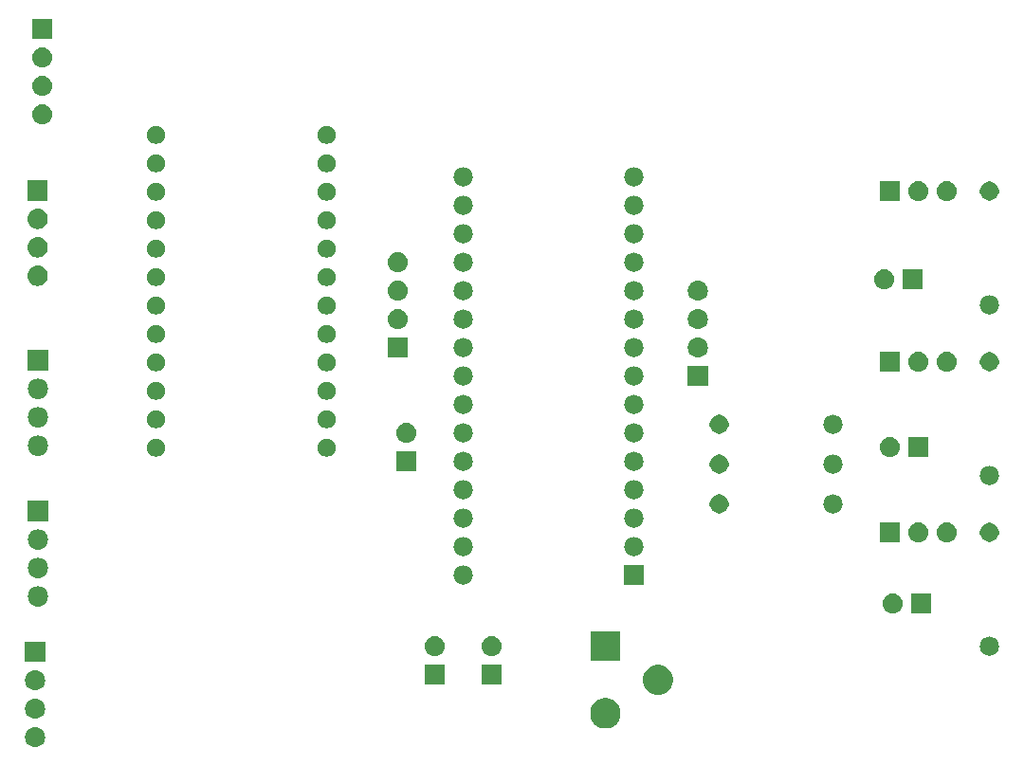
<source format=gbr>
G04 #@! TF.GenerationSoftware,KiCad,Pcbnew,(5.1.4)-1*
G04 #@! TF.CreationDate,2020-02-28T02:40:08+11:00*
G04 #@! TF.ProjectId,glove_pcb,676c6f76-655f-4706-9362-2e6b69636164,rev?*
G04 #@! TF.SameCoordinates,Original*
G04 #@! TF.FileFunction,Soldermask,Top*
G04 #@! TF.FilePolarity,Negative*
%FSLAX46Y46*%
G04 Gerber Fmt 4.6, Leading zero omitted, Abs format (unit mm)*
G04 Created by KiCad (PCBNEW (5.1.4)-1) date 2020-02-28 02:40:08*
%MOMM*%
%LPD*%
G04 APERTURE LIST*
%ADD10C,0.100000*%
G04 APERTURE END LIST*
D10*
G36*
X68563442Y-127883518D02*
G01*
X68629627Y-127890037D01*
X68799466Y-127941557D01*
X68955991Y-128025222D01*
X68991729Y-128054552D01*
X69093186Y-128137814D01*
X69176448Y-128239271D01*
X69205778Y-128275009D01*
X69289443Y-128431534D01*
X69340963Y-128601373D01*
X69358359Y-128778000D01*
X69340963Y-128954627D01*
X69289443Y-129124466D01*
X69205778Y-129280991D01*
X69176448Y-129316729D01*
X69093186Y-129418186D01*
X68991729Y-129501448D01*
X68955991Y-129530778D01*
X68799466Y-129614443D01*
X68629627Y-129665963D01*
X68563443Y-129672481D01*
X68497260Y-129679000D01*
X68408740Y-129679000D01*
X68342557Y-129672481D01*
X68276373Y-129665963D01*
X68106534Y-129614443D01*
X67950009Y-129530778D01*
X67914271Y-129501448D01*
X67812814Y-129418186D01*
X67729552Y-129316729D01*
X67700222Y-129280991D01*
X67616557Y-129124466D01*
X67565037Y-128954627D01*
X67547641Y-128778000D01*
X67565037Y-128601373D01*
X67616557Y-128431534D01*
X67700222Y-128275009D01*
X67729552Y-128239271D01*
X67812814Y-128137814D01*
X67914271Y-128054552D01*
X67950009Y-128025222D01*
X68106534Y-127941557D01*
X68276373Y-127890037D01*
X68342558Y-127883518D01*
X68408740Y-127877000D01*
X68497260Y-127877000D01*
X68563442Y-127883518D01*
X68563442Y-127883518D01*
G37*
G36*
X119774072Y-125350918D02*
G01*
X119896329Y-125401558D01*
X120019939Y-125452759D01*
X120241212Y-125600610D01*
X120429390Y-125788788D01*
X120577241Y-126010061D01*
X120679082Y-126255928D01*
X120731000Y-126516938D01*
X120731000Y-126783062D01*
X120679082Y-127044072D01*
X120577241Y-127289939D01*
X120429390Y-127511212D01*
X120241212Y-127699390D01*
X120019939Y-127847241D01*
X120019938Y-127847242D01*
X120019937Y-127847242D01*
X119774072Y-127949082D01*
X119513063Y-128001000D01*
X119246937Y-128001000D01*
X118985928Y-127949082D01*
X118740063Y-127847242D01*
X118740062Y-127847242D01*
X118740061Y-127847241D01*
X118518788Y-127699390D01*
X118330610Y-127511212D01*
X118182759Y-127289939D01*
X118080918Y-127044072D01*
X118029000Y-126783062D01*
X118029000Y-126516938D01*
X118080918Y-126255928D01*
X118182759Y-126010061D01*
X118330610Y-125788788D01*
X118518788Y-125600610D01*
X118740061Y-125452759D01*
X118863672Y-125401558D01*
X118985928Y-125350918D01*
X119246937Y-125299000D01*
X119513063Y-125299000D01*
X119774072Y-125350918D01*
X119774072Y-125350918D01*
G37*
G36*
X68563442Y-125343518D02*
G01*
X68629627Y-125350037D01*
X68799466Y-125401557D01*
X68955991Y-125485222D01*
X68991729Y-125514552D01*
X69093186Y-125597814D01*
X69176448Y-125699271D01*
X69205778Y-125735009D01*
X69289443Y-125891534D01*
X69340963Y-126061373D01*
X69358359Y-126238000D01*
X69340963Y-126414627D01*
X69289443Y-126584466D01*
X69205778Y-126740991D01*
X69176448Y-126776729D01*
X69093186Y-126878186D01*
X68991729Y-126961448D01*
X68955991Y-126990778D01*
X68799466Y-127074443D01*
X68629627Y-127125963D01*
X68563442Y-127132482D01*
X68497260Y-127139000D01*
X68408740Y-127139000D01*
X68342558Y-127132482D01*
X68276373Y-127125963D01*
X68106534Y-127074443D01*
X67950009Y-126990778D01*
X67914271Y-126961448D01*
X67812814Y-126878186D01*
X67729552Y-126776729D01*
X67700222Y-126740991D01*
X67616557Y-126584466D01*
X67565037Y-126414627D01*
X67547641Y-126238000D01*
X67565037Y-126061373D01*
X67616557Y-125891534D01*
X67700222Y-125735009D01*
X67729552Y-125699271D01*
X67812814Y-125597814D01*
X67914271Y-125514552D01*
X67950009Y-125485222D01*
X68106534Y-125401557D01*
X68276373Y-125350037D01*
X68342558Y-125343518D01*
X68408740Y-125337000D01*
X68497260Y-125337000D01*
X68563442Y-125343518D01*
X68563442Y-125343518D01*
G37*
G36*
X124474072Y-122350918D02*
G01*
X124719939Y-122452759D01*
X124831328Y-122527187D01*
X124941211Y-122600609D01*
X125129391Y-122788789D01*
X125178013Y-122861557D01*
X125233917Y-122945222D01*
X125277242Y-123010063D01*
X125379082Y-123255928D01*
X125431000Y-123516938D01*
X125431000Y-123783062D01*
X125379082Y-124044072D01*
X125277241Y-124289939D01*
X125129390Y-124511212D01*
X124941212Y-124699390D01*
X124719939Y-124847241D01*
X124719938Y-124847242D01*
X124719937Y-124847242D01*
X124474072Y-124949082D01*
X124213063Y-125001000D01*
X123946937Y-125001000D01*
X123685928Y-124949082D01*
X123440063Y-124847242D01*
X123440062Y-124847242D01*
X123440061Y-124847241D01*
X123218788Y-124699390D01*
X123030610Y-124511212D01*
X122882759Y-124289939D01*
X122780918Y-124044072D01*
X122729000Y-123783062D01*
X122729000Y-123516938D01*
X122780918Y-123255928D01*
X122882758Y-123010063D01*
X122926084Y-122945222D01*
X122981987Y-122861557D01*
X123030609Y-122788789D01*
X123218789Y-122600609D01*
X123328672Y-122527187D01*
X123440061Y-122452759D01*
X123685928Y-122350918D01*
X123946937Y-122299000D01*
X124213063Y-122299000D01*
X124474072Y-122350918D01*
X124474072Y-122350918D01*
G37*
G36*
X68563442Y-122803518D02*
G01*
X68629627Y-122810037D01*
X68799466Y-122861557D01*
X68955991Y-122945222D01*
X68991729Y-122974552D01*
X69093186Y-123057814D01*
X69176448Y-123159271D01*
X69205778Y-123195009D01*
X69289443Y-123351534D01*
X69340963Y-123521373D01*
X69358359Y-123698000D01*
X69340963Y-123874627D01*
X69289443Y-124044466D01*
X69205778Y-124200991D01*
X69176448Y-124236729D01*
X69093186Y-124338186D01*
X68991729Y-124421448D01*
X68955991Y-124450778D01*
X68799466Y-124534443D01*
X68629627Y-124585963D01*
X68563442Y-124592482D01*
X68497260Y-124599000D01*
X68408740Y-124599000D01*
X68342558Y-124592482D01*
X68276373Y-124585963D01*
X68106534Y-124534443D01*
X67950009Y-124450778D01*
X67914271Y-124421448D01*
X67812814Y-124338186D01*
X67729552Y-124236729D01*
X67700222Y-124200991D01*
X67616557Y-124044466D01*
X67565037Y-123874627D01*
X67547641Y-123698000D01*
X67565037Y-123521373D01*
X67616557Y-123351534D01*
X67700222Y-123195009D01*
X67729552Y-123159271D01*
X67812814Y-123057814D01*
X67914271Y-122974552D01*
X67950009Y-122945222D01*
X68106534Y-122861557D01*
X68276373Y-122810037D01*
X68342558Y-122803518D01*
X68408740Y-122797000D01*
X68497260Y-122797000D01*
X68563442Y-122803518D01*
X68563442Y-122803518D01*
G37*
G36*
X110121000Y-124091000D02*
G01*
X108319000Y-124091000D01*
X108319000Y-122289000D01*
X110121000Y-122289000D01*
X110121000Y-124091000D01*
X110121000Y-124091000D01*
G37*
G36*
X105041000Y-124091000D02*
G01*
X103239000Y-124091000D01*
X103239000Y-122289000D01*
X105041000Y-122289000D01*
X105041000Y-124091000D01*
X105041000Y-124091000D01*
G37*
G36*
X69354000Y-122059000D02*
G01*
X67552000Y-122059000D01*
X67552000Y-120257000D01*
X69354000Y-120257000D01*
X69354000Y-122059000D01*
X69354000Y-122059000D01*
G37*
G36*
X120731000Y-122001000D02*
G01*
X118029000Y-122001000D01*
X118029000Y-119299000D01*
X120731000Y-119299000D01*
X120731000Y-122001000D01*
X120731000Y-122001000D01*
G37*
G36*
X109330442Y-119755518D02*
G01*
X109396627Y-119762037D01*
X109566466Y-119813557D01*
X109722991Y-119897222D01*
X109758729Y-119926552D01*
X109860186Y-120009814D01*
X109943448Y-120111271D01*
X109972778Y-120147009D01*
X110056443Y-120303534D01*
X110107963Y-120473373D01*
X110125359Y-120650000D01*
X110107963Y-120826627D01*
X110056443Y-120996466D01*
X109972778Y-121152991D01*
X109943448Y-121188729D01*
X109860186Y-121290186D01*
X109758729Y-121373448D01*
X109722991Y-121402778D01*
X109566466Y-121486443D01*
X109396627Y-121537963D01*
X109330443Y-121544481D01*
X109264260Y-121551000D01*
X109175740Y-121551000D01*
X109109557Y-121544481D01*
X109043373Y-121537963D01*
X108873534Y-121486443D01*
X108717009Y-121402778D01*
X108681271Y-121373448D01*
X108579814Y-121290186D01*
X108496552Y-121188729D01*
X108467222Y-121152991D01*
X108383557Y-120996466D01*
X108332037Y-120826627D01*
X108314641Y-120650000D01*
X108332037Y-120473373D01*
X108383557Y-120303534D01*
X108467222Y-120147009D01*
X108496552Y-120111271D01*
X108579814Y-120009814D01*
X108681271Y-119926552D01*
X108717009Y-119897222D01*
X108873534Y-119813557D01*
X109043373Y-119762037D01*
X109109558Y-119755518D01*
X109175740Y-119749000D01*
X109264260Y-119749000D01*
X109330442Y-119755518D01*
X109330442Y-119755518D01*
G37*
G36*
X104250442Y-119755518D02*
G01*
X104316627Y-119762037D01*
X104486466Y-119813557D01*
X104642991Y-119897222D01*
X104678729Y-119926552D01*
X104780186Y-120009814D01*
X104863448Y-120111271D01*
X104892778Y-120147009D01*
X104976443Y-120303534D01*
X105027963Y-120473373D01*
X105045359Y-120650000D01*
X105027963Y-120826627D01*
X104976443Y-120996466D01*
X104892778Y-121152991D01*
X104863448Y-121188729D01*
X104780186Y-121290186D01*
X104678729Y-121373448D01*
X104642991Y-121402778D01*
X104486466Y-121486443D01*
X104316627Y-121537963D01*
X104250443Y-121544481D01*
X104184260Y-121551000D01*
X104095740Y-121551000D01*
X104029557Y-121544481D01*
X103963373Y-121537963D01*
X103793534Y-121486443D01*
X103637009Y-121402778D01*
X103601271Y-121373448D01*
X103499814Y-121290186D01*
X103416552Y-121188729D01*
X103387222Y-121152991D01*
X103303557Y-120996466D01*
X103252037Y-120826627D01*
X103234641Y-120650000D01*
X103252037Y-120473373D01*
X103303557Y-120303534D01*
X103387222Y-120147009D01*
X103416552Y-120111271D01*
X103499814Y-120009814D01*
X103601271Y-119926552D01*
X103637009Y-119897222D01*
X103793534Y-119813557D01*
X103963373Y-119762037D01*
X104029558Y-119755518D01*
X104095740Y-119749000D01*
X104184260Y-119749000D01*
X104250442Y-119755518D01*
X104250442Y-119755518D01*
G37*
G36*
X153836823Y-119811313D02*
G01*
X153997242Y-119859976D01*
X154066922Y-119897221D01*
X154145078Y-119938996D01*
X154274659Y-120045341D01*
X154381004Y-120174922D01*
X154381005Y-120174924D01*
X154460024Y-120322758D01*
X154508687Y-120483177D01*
X154525117Y-120650000D01*
X154508687Y-120816823D01*
X154460024Y-120977242D01*
X154449747Y-120996468D01*
X154381004Y-121125078D01*
X154274659Y-121254659D01*
X154145078Y-121361004D01*
X154145076Y-121361005D01*
X153997242Y-121440024D01*
X153836823Y-121488687D01*
X153711804Y-121501000D01*
X153628196Y-121501000D01*
X153503177Y-121488687D01*
X153342758Y-121440024D01*
X153194924Y-121361005D01*
X153194922Y-121361004D01*
X153065341Y-121254659D01*
X152958996Y-121125078D01*
X152890253Y-120996468D01*
X152879976Y-120977242D01*
X152831313Y-120816823D01*
X152814883Y-120650000D01*
X152831313Y-120483177D01*
X152879976Y-120322758D01*
X152958995Y-120174924D01*
X152958996Y-120174922D01*
X153065341Y-120045341D01*
X153194922Y-119938996D01*
X153273078Y-119897221D01*
X153342758Y-119859976D01*
X153503177Y-119811313D01*
X153628196Y-119799000D01*
X153711804Y-119799000D01*
X153836823Y-119811313D01*
X153836823Y-119811313D01*
G37*
G36*
X148475000Y-117741000D02*
G01*
X146673000Y-117741000D01*
X146673000Y-115939000D01*
X148475000Y-115939000D01*
X148475000Y-117741000D01*
X148475000Y-117741000D01*
G37*
G36*
X145144442Y-115945518D02*
G01*
X145210627Y-115952037D01*
X145380466Y-116003557D01*
X145536991Y-116087222D01*
X145572729Y-116116552D01*
X145674186Y-116199814D01*
X145757448Y-116301271D01*
X145786778Y-116337009D01*
X145870443Y-116493534D01*
X145921963Y-116663373D01*
X145939359Y-116840000D01*
X145921963Y-117016627D01*
X145870443Y-117186466D01*
X145786778Y-117342991D01*
X145757448Y-117378729D01*
X145674186Y-117480186D01*
X145572729Y-117563448D01*
X145536991Y-117592778D01*
X145380466Y-117676443D01*
X145210627Y-117727963D01*
X145144442Y-117734482D01*
X145078260Y-117741000D01*
X144989740Y-117741000D01*
X144923558Y-117734482D01*
X144857373Y-117727963D01*
X144687534Y-117676443D01*
X144531009Y-117592778D01*
X144495271Y-117563448D01*
X144393814Y-117480186D01*
X144310552Y-117378729D01*
X144281222Y-117342991D01*
X144197557Y-117186466D01*
X144146037Y-117016627D01*
X144128641Y-116840000D01*
X144146037Y-116663373D01*
X144197557Y-116493534D01*
X144281222Y-116337009D01*
X144310552Y-116301271D01*
X144393814Y-116199814D01*
X144495271Y-116116552D01*
X144531009Y-116087222D01*
X144687534Y-116003557D01*
X144857373Y-115952037D01*
X144923558Y-115945518D01*
X144989740Y-115939000D01*
X145078260Y-115939000D01*
X145144442Y-115945518D01*
X145144442Y-115945518D01*
G37*
G36*
X68817442Y-115310518D02*
G01*
X68883627Y-115317037D01*
X69053466Y-115368557D01*
X69209991Y-115452222D01*
X69245729Y-115481552D01*
X69347186Y-115564814D01*
X69430448Y-115666271D01*
X69459778Y-115702009D01*
X69543443Y-115858534D01*
X69594963Y-116028373D01*
X69612359Y-116205000D01*
X69594963Y-116381627D01*
X69543443Y-116551466D01*
X69459778Y-116707991D01*
X69430448Y-116743729D01*
X69347186Y-116845186D01*
X69245729Y-116928448D01*
X69209991Y-116957778D01*
X69053466Y-117041443D01*
X68883627Y-117092963D01*
X68817443Y-117099481D01*
X68751260Y-117106000D01*
X68662740Y-117106000D01*
X68596557Y-117099481D01*
X68530373Y-117092963D01*
X68360534Y-117041443D01*
X68204009Y-116957778D01*
X68168271Y-116928448D01*
X68066814Y-116845186D01*
X67983552Y-116743729D01*
X67954222Y-116707991D01*
X67870557Y-116551466D01*
X67819037Y-116381627D01*
X67801641Y-116205000D01*
X67819037Y-116028373D01*
X67870557Y-115858534D01*
X67954222Y-115702009D01*
X67983552Y-115666271D01*
X68066814Y-115564814D01*
X68168271Y-115481552D01*
X68204009Y-115452222D01*
X68360534Y-115368557D01*
X68530373Y-115317037D01*
X68596558Y-115310518D01*
X68662740Y-115304000D01*
X68751260Y-115304000D01*
X68817442Y-115310518D01*
X68817442Y-115310518D01*
G37*
G36*
X122771000Y-115151000D02*
G01*
X121069000Y-115151000D01*
X121069000Y-113449000D01*
X122771000Y-113449000D01*
X122771000Y-115151000D01*
X122771000Y-115151000D01*
G37*
G36*
X106846823Y-113461313D02*
G01*
X107007242Y-113509976D01*
X107139906Y-113580886D01*
X107155078Y-113588996D01*
X107284659Y-113695341D01*
X107391004Y-113824922D01*
X107391005Y-113824924D01*
X107470024Y-113972758D01*
X107518687Y-114133177D01*
X107535117Y-114300000D01*
X107518687Y-114466823D01*
X107470024Y-114627242D01*
X107399114Y-114759906D01*
X107391004Y-114775078D01*
X107284659Y-114904659D01*
X107155078Y-115011004D01*
X107155076Y-115011005D01*
X107007242Y-115090024D01*
X106846823Y-115138687D01*
X106721804Y-115151000D01*
X106638196Y-115151000D01*
X106513177Y-115138687D01*
X106352758Y-115090024D01*
X106204924Y-115011005D01*
X106204922Y-115011004D01*
X106075341Y-114904659D01*
X105968996Y-114775078D01*
X105960886Y-114759906D01*
X105889976Y-114627242D01*
X105841313Y-114466823D01*
X105824883Y-114300000D01*
X105841313Y-114133177D01*
X105889976Y-113972758D01*
X105968995Y-113824924D01*
X105968996Y-113824922D01*
X106075341Y-113695341D01*
X106204922Y-113588996D01*
X106220094Y-113580886D01*
X106352758Y-113509976D01*
X106513177Y-113461313D01*
X106638196Y-113449000D01*
X106721804Y-113449000D01*
X106846823Y-113461313D01*
X106846823Y-113461313D01*
G37*
G36*
X68817442Y-112770518D02*
G01*
X68883627Y-112777037D01*
X69053466Y-112828557D01*
X69209991Y-112912222D01*
X69245729Y-112941552D01*
X69347186Y-113024814D01*
X69430448Y-113126271D01*
X69459778Y-113162009D01*
X69543443Y-113318534D01*
X69594963Y-113488373D01*
X69612359Y-113665000D01*
X69594963Y-113841627D01*
X69543443Y-114011466D01*
X69459778Y-114167991D01*
X69430448Y-114203729D01*
X69347186Y-114305186D01*
X69245729Y-114388448D01*
X69209991Y-114417778D01*
X69053466Y-114501443D01*
X68883627Y-114552963D01*
X68817442Y-114559482D01*
X68751260Y-114566000D01*
X68662740Y-114566000D01*
X68596558Y-114559482D01*
X68530373Y-114552963D01*
X68360534Y-114501443D01*
X68204009Y-114417778D01*
X68168271Y-114388448D01*
X68066814Y-114305186D01*
X67983552Y-114203729D01*
X67954222Y-114167991D01*
X67870557Y-114011466D01*
X67819037Y-113841627D01*
X67801641Y-113665000D01*
X67819037Y-113488373D01*
X67870557Y-113318534D01*
X67954222Y-113162009D01*
X67983552Y-113126271D01*
X68066814Y-113024814D01*
X68168271Y-112941552D01*
X68204009Y-112912222D01*
X68360534Y-112828557D01*
X68530373Y-112777037D01*
X68596558Y-112770518D01*
X68662740Y-112764000D01*
X68751260Y-112764000D01*
X68817442Y-112770518D01*
X68817442Y-112770518D01*
G37*
G36*
X122086823Y-110921313D02*
G01*
X122247242Y-110969976D01*
X122379906Y-111040886D01*
X122395078Y-111048996D01*
X122524659Y-111155341D01*
X122631004Y-111284922D01*
X122631005Y-111284924D01*
X122710024Y-111432758D01*
X122758687Y-111593177D01*
X122775117Y-111760000D01*
X122758687Y-111926823D01*
X122710024Y-112087242D01*
X122639114Y-112219906D01*
X122631004Y-112235078D01*
X122524659Y-112364659D01*
X122395078Y-112471004D01*
X122395076Y-112471005D01*
X122247242Y-112550024D01*
X122086823Y-112598687D01*
X121961804Y-112611000D01*
X121878196Y-112611000D01*
X121753177Y-112598687D01*
X121592758Y-112550024D01*
X121444924Y-112471005D01*
X121444922Y-112471004D01*
X121315341Y-112364659D01*
X121208996Y-112235078D01*
X121200886Y-112219906D01*
X121129976Y-112087242D01*
X121081313Y-111926823D01*
X121064883Y-111760000D01*
X121081313Y-111593177D01*
X121129976Y-111432758D01*
X121208995Y-111284924D01*
X121208996Y-111284922D01*
X121315341Y-111155341D01*
X121444922Y-111048996D01*
X121460094Y-111040886D01*
X121592758Y-110969976D01*
X121753177Y-110921313D01*
X121878196Y-110909000D01*
X121961804Y-110909000D01*
X122086823Y-110921313D01*
X122086823Y-110921313D01*
G37*
G36*
X106846823Y-110921313D02*
G01*
X107007242Y-110969976D01*
X107139906Y-111040886D01*
X107155078Y-111048996D01*
X107284659Y-111155341D01*
X107391004Y-111284922D01*
X107391005Y-111284924D01*
X107470024Y-111432758D01*
X107518687Y-111593177D01*
X107535117Y-111760000D01*
X107518687Y-111926823D01*
X107470024Y-112087242D01*
X107399114Y-112219906D01*
X107391004Y-112235078D01*
X107284659Y-112364659D01*
X107155078Y-112471004D01*
X107155076Y-112471005D01*
X107007242Y-112550024D01*
X106846823Y-112598687D01*
X106721804Y-112611000D01*
X106638196Y-112611000D01*
X106513177Y-112598687D01*
X106352758Y-112550024D01*
X106204924Y-112471005D01*
X106204922Y-112471004D01*
X106075341Y-112364659D01*
X105968996Y-112235078D01*
X105960886Y-112219906D01*
X105889976Y-112087242D01*
X105841313Y-111926823D01*
X105824883Y-111760000D01*
X105841313Y-111593177D01*
X105889976Y-111432758D01*
X105968995Y-111284924D01*
X105968996Y-111284922D01*
X106075341Y-111155341D01*
X106204922Y-111048996D01*
X106220094Y-111040886D01*
X106352758Y-110969976D01*
X106513177Y-110921313D01*
X106638196Y-110909000D01*
X106721804Y-110909000D01*
X106846823Y-110921313D01*
X106846823Y-110921313D01*
G37*
G36*
X68817443Y-110230519D02*
G01*
X68883627Y-110237037D01*
X69053466Y-110288557D01*
X69209991Y-110372222D01*
X69245729Y-110401552D01*
X69347186Y-110484814D01*
X69420226Y-110573815D01*
X69459778Y-110622009D01*
X69543443Y-110778534D01*
X69594963Y-110948373D01*
X69612359Y-111125000D01*
X69594963Y-111301627D01*
X69543443Y-111471466D01*
X69459778Y-111627991D01*
X69430448Y-111663729D01*
X69347186Y-111765186D01*
X69245729Y-111848448D01*
X69209991Y-111877778D01*
X69053466Y-111961443D01*
X68883627Y-112012963D01*
X68817442Y-112019482D01*
X68751260Y-112026000D01*
X68662740Y-112026000D01*
X68596558Y-112019482D01*
X68530373Y-112012963D01*
X68360534Y-111961443D01*
X68204009Y-111877778D01*
X68168271Y-111848448D01*
X68066814Y-111765186D01*
X67983552Y-111663729D01*
X67954222Y-111627991D01*
X67870557Y-111471466D01*
X67819037Y-111301627D01*
X67801641Y-111125000D01*
X67819037Y-110948373D01*
X67870557Y-110778534D01*
X67954222Y-110622009D01*
X67993774Y-110573815D01*
X68066814Y-110484814D01*
X68168271Y-110401552D01*
X68204009Y-110372222D01*
X68360534Y-110288557D01*
X68530373Y-110237037D01*
X68596557Y-110230519D01*
X68662740Y-110224000D01*
X68751260Y-110224000D01*
X68817443Y-110230519D01*
X68817443Y-110230519D01*
G37*
G36*
X147430442Y-109595518D02*
G01*
X147496627Y-109602037D01*
X147666466Y-109653557D01*
X147822991Y-109737222D01*
X147858729Y-109766552D01*
X147960186Y-109849814D01*
X148040369Y-109947519D01*
X148072778Y-109987009D01*
X148156443Y-110143534D01*
X148207963Y-110313373D01*
X148225359Y-110490000D01*
X148207963Y-110666627D01*
X148156443Y-110836466D01*
X148072778Y-110992991D01*
X148043448Y-111028729D01*
X147960186Y-111130186D01*
X147858729Y-111213448D01*
X147822991Y-111242778D01*
X147666466Y-111326443D01*
X147496627Y-111377963D01*
X147430443Y-111384481D01*
X147364260Y-111391000D01*
X147275740Y-111391000D01*
X147209557Y-111384481D01*
X147143373Y-111377963D01*
X146973534Y-111326443D01*
X146817009Y-111242778D01*
X146781271Y-111213448D01*
X146679814Y-111130186D01*
X146596552Y-111028729D01*
X146567222Y-110992991D01*
X146483557Y-110836466D01*
X146432037Y-110666627D01*
X146414641Y-110490000D01*
X146432037Y-110313373D01*
X146483557Y-110143534D01*
X146567222Y-109987009D01*
X146599631Y-109947519D01*
X146679814Y-109849814D01*
X146781271Y-109766552D01*
X146817009Y-109737222D01*
X146973534Y-109653557D01*
X147143373Y-109602037D01*
X147209558Y-109595518D01*
X147275740Y-109589000D01*
X147364260Y-109589000D01*
X147430442Y-109595518D01*
X147430442Y-109595518D01*
G37*
G36*
X149970442Y-109595518D02*
G01*
X150036627Y-109602037D01*
X150206466Y-109653557D01*
X150362991Y-109737222D01*
X150398729Y-109766552D01*
X150500186Y-109849814D01*
X150580369Y-109947519D01*
X150612778Y-109987009D01*
X150696443Y-110143534D01*
X150747963Y-110313373D01*
X150765359Y-110490000D01*
X150747963Y-110666627D01*
X150696443Y-110836466D01*
X150612778Y-110992991D01*
X150583448Y-111028729D01*
X150500186Y-111130186D01*
X150398729Y-111213448D01*
X150362991Y-111242778D01*
X150206466Y-111326443D01*
X150036627Y-111377963D01*
X149970443Y-111384481D01*
X149904260Y-111391000D01*
X149815740Y-111391000D01*
X149749557Y-111384481D01*
X149683373Y-111377963D01*
X149513534Y-111326443D01*
X149357009Y-111242778D01*
X149321271Y-111213448D01*
X149219814Y-111130186D01*
X149136552Y-111028729D01*
X149107222Y-110992991D01*
X149023557Y-110836466D01*
X148972037Y-110666627D01*
X148954641Y-110490000D01*
X148972037Y-110313373D01*
X149023557Y-110143534D01*
X149107222Y-109987009D01*
X149139631Y-109947519D01*
X149219814Y-109849814D01*
X149321271Y-109766552D01*
X149357009Y-109737222D01*
X149513534Y-109653557D01*
X149683373Y-109602037D01*
X149749558Y-109595518D01*
X149815740Y-109589000D01*
X149904260Y-109589000D01*
X149970442Y-109595518D01*
X149970442Y-109595518D01*
G37*
G36*
X145681000Y-111391000D02*
G01*
X143879000Y-111391000D01*
X143879000Y-109589000D01*
X145681000Y-109589000D01*
X145681000Y-111391000D01*
X145681000Y-111391000D01*
G37*
G36*
X153918228Y-109671703D02*
G01*
X154073100Y-109735853D01*
X154212481Y-109828985D01*
X154331015Y-109947519D01*
X154424147Y-110086900D01*
X154488297Y-110241772D01*
X154521000Y-110406184D01*
X154521000Y-110573816D01*
X154488297Y-110738228D01*
X154424147Y-110893100D01*
X154331015Y-111032481D01*
X154212481Y-111151015D01*
X154073100Y-111244147D01*
X153918228Y-111308297D01*
X153753816Y-111341000D01*
X153586184Y-111341000D01*
X153421772Y-111308297D01*
X153266900Y-111244147D01*
X153127519Y-111151015D01*
X153008985Y-111032481D01*
X152915853Y-110893100D01*
X152851703Y-110738228D01*
X152819000Y-110573816D01*
X152819000Y-110406184D01*
X152851703Y-110241772D01*
X152915853Y-110086900D01*
X153008985Y-109947519D01*
X153127519Y-109828985D01*
X153266900Y-109735853D01*
X153421772Y-109671703D01*
X153586184Y-109639000D01*
X153753816Y-109639000D01*
X153918228Y-109671703D01*
X153918228Y-109671703D01*
G37*
G36*
X106846823Y-108381313D02*
G01*
X107007242Y-108429976D01*
X107139906Y-108500886D01*
X107155078Y-108508996D01*
X107284659Y-108615341D01*
X107391004Y-108744922D01*
X107391005Y-108744924D01*
X107470024Y-108892758D01*
X107518687Y-109053177D01*
X107535117Y-109220000D01*
X107518687Y-109386823D01*
X107470024Y-109547242D01*
X107440735Y-109602037D01*
X107391004Y-109695078D01*
X107284659Y-109824659D01*
X107155078Y-109931004D01*
X107155076Y-109931005D01*
X107007242Y-110010024D01*
X106846823Y-110058687D01*
X106721804Y-110071000D01*
X106638196Y-110071000D01*
X106513177Y-110058687D01*
X106352758Y-110010024D01*
X106204924Y-109931005D01*
X106204922Y-109931004D01*
X106075341Y-109824659D01*
X105968996Y-109695078D01*
X105919265Y-109602037D01*
X105889976Y-109547242D01*
X105841313Y-109386823D01*
X105824883Y-109220000D01*
X105841313Y-109053177D01*
X105889976Y-108892758D01*
X105968995Y-108744924D01*
X105968996Y-108744922D01*
X106075341Y-108615341D01*
X106204922Y-108508996D01*
X106220094Y-108500886D01*
X106352758Y-108429976D01*
X106513177Y-108381313D01*
X106638196Y-108369000D01*
X106721804Y-108369000D01*
X106846823Y-108381313D01*
X106846823Y-108381313D01*
G37*
G36*
X122086823Y-108381313D02*
G01*
X122247242Y-108429976D01*
X122379906Y-108500886D01*
X122395078Y-108508996D01*
X122524659Y-108615341D01*
X122631004Y-108744922D01*
X122631005Y-108744924D01*
X122710024Y-108892758D01*
X122758687Y-109053177D01*
X122775117Y-109220000D01*
X122758687Y-109386823D01*
X122710024Y-109547242D01*
X122680735Y-109602037D01*
X122631004Y-109695078D01*
X122524659Y-109824659D01*
X122395078Y-109931004D01*
X122395076Y-109931005D01*
X122247242Y-110010024D01*
X122086823Y-110058687D01*
X121961804Y-110071000D01*
X121878196Y-110071000D01*
X121753177Y-110058687D01*
X121592758Y-110010024D01*
X121444924Y-109931005D01*
X121444922Y-109931004D01*
X121315341Y-109824659D01*
X121208996Y-109695078D01*
X121159265Y-109602037D01*
X121129976Y-109547242D01*
X121081313Y-109386823D01*
X121064883Y-109220000D01*
X121081313Y-109053177D01*
X121129976Y-108892758D01*
X121208995Y-108744924D01*
X121208996Y-108744922D01*
X121315341Y-108615341D01*
X121444922Y-108508996D01*
X121460094Y-108500886D01*
X121592758Y-108429976D01*
X121753177Y-108381313D01*
X121878196Y-108369000D01*
X121961804Y-108369000D01*
X122086823Y-108381313D01*
X122086823Y-108381313D01*
G37*
G36*
X69608000Y-109486000D02*
G01*
X67806000Y-109486000D01*
X67806000Y-107684000D01*
X69608000Y-107684000D01*
X69608000Y-109486000D01*
X69608000Y-109486000D01*
G37*
G36*
X129788228Y-107131703D02*
G01*
X129943100Y-107195853D01*
X130082481Y-107288985D01*
X130201015Y-107407519D01*
X130294147Y-107546900D01*
X130358297Y-107701772D01*
X130391000Y-107866184D01*
X130391000Y-108033816D01*
X130358297Y-108198228D01*
X130294147Y-108353100D01*
X130201015Y-108492481D01*
X130082481Y-108611015D01*
X129943100Y-108704147D01*
X129788228Y-108768297D01*
X129623816Y-108801000D01*
X129456184Y-108801000D01*
X129291772Y-108768297D01*
X129136900Y-108704147D01*
X128997519Y-108611015D01*
X128878985Y-108492481D01*
X128785853Y-108353100D01*
X128721703Y-108198228D01*
X128689000Y-108033816D01*
X128689000Y-107866184D01*
X128721703Y-107701772D01*
X128785853Y-107546900D01*
X128878985Y-107407519D01*
X128997519Y-107288985D01*
X129136900Y-107195853D01*
X129291772Y-107131703D01*
X129456184Y-107099000D01*
X129623816Y-107099000D01*
X129788228Y-107131703D01*
X129788228Y-107131703D01*
G37*
G36*
X139866823Y-107111313D02*
G01*
X140027242Y-107159976D01*
X140094361Y-107195852D01*
X140175078Y-107238996D01*
X140304659Y-107345341D01*
X140411004Y-107474922D01*
X140411005Y-107474924D01*
X140490024Y-107622758D01*
X140538687Y-107783177D01*
X140555117Y-107950000D01*
X140538687Y-108116823D01*
X140490024Y-108277242D01*
X140449477Y-108353100D01*
X140411004Y-108425078D01*
X140304659Y-108554659D01*
X140175078Y-108661004D01*
X140175076Y-108661005D01*
X140027242Y-108740024D01*
X139866823Y-108788687D01*
X139741804Y-108801000D01*
X139658196Y-108801000D01*
X139533177Y-108788687D01*
X139372758Y-108740024D01*
X139224924Y-108661005D01*
X139224922Y-108661004D01*
X139095341Y-108554659D01*
X138988996Y-108425078D01*
X138950523Y-108353100D01*
X138909976Y-108277242D01*
X138861313Y-108116823D01*
X138844883Y-107950000D01*
X138861313Y-107783177D01*
X138909976Y-107622758D01*
X138988995Y-107474924D01*
X138988996Y-107474922D01*
X139095341Y-107345341D01*
X139224922Y-107238996D01*
X139305639Y-107195852D01*
X139372758Y-107159976D01*
X139533177Y-107111313D01*
X139658196Y-107099000D01*
X139741804Y-107099000D01*
X139866823Y-107111313D01*
X139866823Y-107111313D01*
G37*
G36*
X106846823Y-105841313D02*
G01*
X107007242Y-105889976D01*
X107139906Y-105960886D01*
X107155078Y-105968996D01*
X107284659Y-106075341D01*
X107391004Y-106204922D01*
X107391005Y-106204924D01*
X107470024Y-106352758D01*
X107518687Y-106513177D01*
X107535117Y-106680000D01*
X107518687Y-106846823D01*
X107470024Y-107007242D01*
X107420978Y-107099000D01*
X107391004Y-107155078D01*
X107284659Y-107284659D01*
X107155078Y-107391004D01*
X107155076Y-107391005D01*
X107007242Y-107470024D01*
X106846823Y-107518687D01*
X106721804Y-107531000D01*
X106638196Y-107531000D01*
X106513177Y-107518687D01*
X106352758Y-107470024D01*
X106204924Y-107391005D01*
X106204922Y-107391004D01*
X106075341Y-107284659D01*
X105968996Y-107155078D01*
X105939022Y-107099000D01*
X105889976Y-107007242D01*
X105841313Y-106846823D01*
X105824883Y-106680000D01*
X105841313Y-106513177D01*
X105889976Y-106352758D01*
X105968995Y-106204924D01*
X105968996Y-106204922D01*
X106075341Y-106075341D01*
X106204922Y-105968996D01*
X106220094Y-105960886D01*
X106352758Y-105889976D01*
X106513177Y-105841313D01*
X106638196Y-105829000D01*
X106721804Y-105829000D01*
X106846823Y-105841313D01*
X106846823Y-105841313D01*
G37*
G36*
X122086823Y-105841313D02*
G01*
X122247242Y-105889976D01*
X122379906Y-105960886D01*
X122395078Y-105968996D01*
X122524659Y-106075341D01*
X122631004Y-106204922D01*
X122631005Y-106204924D01*
X122710024Y-106352758D01*
X122758687Y-106513177D01*
X122775117Y-106680000D01*
X122758687Y-106846823D01*
X122710024Y-107007242D01*
X122660978Y-107099000D01*
X122631004Y-107155078D01*
X122524659Y-107284659D01*
X122395078Y-107391004D01*
X122395076Y-107391005D01*
X122247242Y-107470024D01*
X122086823Y-107518687D01*
X121961804Y-107531000D01*
X121878196Y-107531000D01*
X121753177Y-107518687D01*
X121592758Y-107470024D01*
X121444924Y-107391005D01*
X121444922Y-107391004D01*
X121315341Y-107284659D01*
X121208996Y-107155078D01*
X121179022Y-107099000D01*
X121129976Y-107007242D01*
X121081313Y-106846823D01*
X121064883Y-106680000D01*
X121081313Y-106513177D01*
X121129976Y-106352758D01*
X121208995Y-106204924D01*
X121208996Y-106204922D01*
X121315341Y-106075341D01*
X121444922Y-105968996D01*
X121460094Y-105960886D01*
X121592758Y-105889976D01*
X121753177Y-105841313D01*
X121878196Y-105829000D01*
X121961804Y-105829000D01*
X122086823Y-105841313D01*
X122086823Y-105841313D01*
G37*
G36*
X153836823Y-104571313D02*
G01*
X153997242Y-104619976D01*
X154038874Y-104642229D01*
X154145078Y-104698996D01*
X154274659Y-104805341D01*
X154381004Y-104934922D01*
X154381005Y-104934924D01*
X154460024Y-105082758D01*
X154508687Y-105243177D01*
X154525117Y-105410000D01*
X154508687Y-105576823D01*
X154460024Y-105737242D01*
X154410978Y-105829000D01*
X154381004Y-105885078D01*
X154274659Y-106014659D01*
X154145078Y-106121004D01*
X154145076Y-106121005D01*
X153997242Y-106200024D01*
X153836823Y-106248687D01*
X153711804Y-106261000D01*
X153628196Y-106261000D01*
X153503177Y-106248687D01*
X153342758Y-106200024D01*
X153194924Y-106121005D01*
X153194922Y-106121004D01*
X153065341Y-106014659D01*
X152958996Y-105885078D01*
X152929022Y-105829000D01*
X152879976Y-105737242D01*
X152831313Y-105576823D01*
X152814883Y-105410000D01*
X152831313Y-105243177D01*
X152879976Y-105082758D01*
X152958995Y-104934924D01*
X152958996Y-104934922D01*
X153065341Y-104805341D01*
X153194922Y-104698996D01*
X153301126Y-104642229D01*
X153342758Y-104619976D01*
X153503177Y-104571313D01*
X153628196Y-104559000D01*
X153711804Y-104559000D01*
X153836823Y-104571313D01*
X153836823Y-104571313D01*
G37*
G36*
X139866823Y-103555313D02*
G01*
X140027242Y-103603976D01*
X140159906Y-103674886D01*
X140175078Y-103682996D01*
X140304659Y-103789341D01*
X140411004Y-103918922D01*
X140411005Y-103918924D01*
X140490024Y-104066758D01*
X140538687Y-104227177D01*
X140555117Y-104394000D01*
X140538687Y-104560823D01*
X140490024Y-104721242D01*
X140449477Y-104797100D01*
X140411004Y-104869078D01*
X140304659Y-104998659D01*
X140175078Y-105105004D01*
X140175076Y-105105005D01*
X140027242Y-105184024D01*
X139866823Y-105232687D01*
X139741804Y-105245000D01*
X139658196Y-105245000D01*
X139533177Y-105232687D01*
X139372758Y-105184024D01*
X139224924Y-105105005D01*
X139224922Y-105105004D01*
X139095341Y-104998659D01*
X138988996Y-104869078D01*
X138950523Y-104797100D01*
X138909976Y-104721242D01*
X138861313Y-104560823D01*
X138844883Y-104394000D01*
X138861313Y-104227177D01*
X138909976Y-104066758D01*
X138988995Y-103918924D01*
X138988996Y-103918922D01*
X139095341Y-103789341D01*
X139224922Y-103682996D01*
X139240094Y-103674886D01*
X139372758Y-103603976D01*
X139533177Y-103555313D01*
X139658196Y-103543000D01*
X139741804Y-103543000D01*
X139866823Y-103555313D01*
X139866823Y-103555313D01*
G37*
G36*
X129788228Y-103575703D02*
G01*
X129943100Y-103639853D01*
X130082481Y-103732985D01*
X130201015Y-103851519D01*
X130294147Y-103990900D01*
X130358297Y-104145772D01*
X130391000Y-104310184D01*
X130391000Y-104477816D01*
X130358297Y-104642228D01*
X130294147Y-104797100D01*
X130201015Y-104936481D01*
X130082481Y-105055015D01*
X129943100Y-105148147D01*
X129788228Y-105212297D01*
X129623816Y-105245000D01*
X129456184Y-105245000D01*
X129291772Y-105212297D01*
X129136900Y-105148147D01*
X128997519Y-105055015D01*
X128878985Y-104936481D01*
X128785853Y-104797100D01*
X128721703Y-104642228D01*
X128689000Y-104477816D01*
X128689000Y-104310184D01*
X128721703Y-104145772D01*
X128785853Y-103990900D01*
X128878985Y-103851519D01*
X128997519Y-103732985D01*
X129136900Y-103639853D01*
X129291772Y-103575703D01*
X129456184Y-103543000D01*
X129623816Y-103543000D01*
X129788228Y-103575703D01*
X129788228Y-103575703D01*
G37*
G36*
X102501000Y-105041000D02*
G01*
X100699000Y-105041000D01*
X100699000Y-103239000D01*
X102501000Y-103239000D01*
X102501000Y-105041000D01*
X102501000Y-105041000D01*
G37*
G36*
X106846823Y-103301313D02*
G01*
X107007242Y-103349976D01*
X107069373Y-103383186D01*
X107155078Y-103428996D01*
X107284659Y-103535341D01*
X107391004Y-103664922D01*
X107391005Y-103664924D01*
X107470024Y-103812758D01*
X107518687Y-103973177D01*
X107535117Y-104140000D01*
X107518687Y-104306823D01*
X107470024Y-104467242D01*
X107464372Y-104477816D01*
X107391004Y-104615078D01*
X107284659Y-104744659D01*
X107155078Y-104851004D01*
X107155076Y-104851005D01*
X107007242Y-104930024D01*
X106846823Y-104978687D01*
X106721804Y-104991000D01*
X106638196Y-104991000D01*
X106513177Y-104978687D01*
X106352758Y-104930024D01*
X106204924Y-104851005D01*
X106204922Y-104851004D01*
X106075341Y-104744659D01*
X105968996Y-104615078D01*
X105895628Y-104477816D01*
X105889976Y-104467242D01*
X105841313Y-104306823D01*
X105824883Y-104140000D01*
X105841313Y-103973177D01*
X105889976Y-103812758D01*
X105968995Y-103664924D01*
X105968996Y-103664922D01*
X106075341Y-103535341D01*
X106204922Y-103428996D01*
X106290627Y-103383186D01*
X106352758Y-103349976D01*
X106513177Y-103301313D01*
X106638196Y-103289000D01*
X106721804Y-103289000D01*
X106846823Y-103301313D01*
X106846823Y-103301313D01*
G37*
G36*
X122086823Y-103301313D02*
G01*
X122247242Y-103349976D01*
X122309373Y-103383186D01*
X122395078Y-103428996D01*
X122524659Y-103535341D01*
X122631004Y-103664922D01*
X122631005Y-103664924D01*
X122710024Y-103812758D01*
X122758687Y-103973177D01*
X122775117Y-104140000D01*
X122758687Y-104306823D01*
X122710024Y-104467242D01*
X122704372Y-104477816D01*
X122631004Y-104615078D01*
X122524659Y-104744659D01*
X122395078Y-104851004D01*
X122395076Y-104851005D01*
X122247242Y-104930024D01*
X122086823Y-104978687D01*
X121961804Y-104991000D01*
X121878196Y-104991000D01*
X121753177Y-104978687D01*
X121592758Y-104930024D01*
X121444924Y-104851005D01*
X121444922Y-104851004D01*
X121315341Y-104744659D01*
X121208996Y-104615078D01*
X121135628Y-104477816D01*
X121129976Y-104467242D01*
X121081313Y-104306823D01*
X121064883Y-104140000D01*
X121081313Y-103973177D01*
X121129976Y-103812758D01*
X121208995Y-103664924D01*
X121208996Y-103664922D01*
X121315341Y-103535341D01*
X121444922Y-103428996D01*
X121530627Y-103383186D01*
X121592758Y-103349976D01*
X121753177Y-103301313D01*
X121878196Y-103289000D01*
X121961804Y-103289000D01*
X122086823Y-103301313D01*
X122086823Y-103301313D01*
G37*
G36*
X144890442Y-101975518D02*
G01*
X144956627Y-101982037D01*
X145126466Y-102033557D01*
X145282991Y-102117222D01*
X145309580Y-102139043D01*
X145420186Y-102229814D01*
X145503448Y-102331271D01*
X145532778Y-102367009D01*
X145616443Y-102523534D01*
X145667963Y-102693373D01*
X145685359Y-102870000D01*
X145667963Y-103046627D01*
X145616443Y-103216466D01*
X145532778Y-103372991D01*
X145524411Y-103383186D01*
X145420186Y-103510186D01*
X145318729Y-103593448D01*
X145282991Y-103622778D01*
X145126466Y-103706443D01*
X144956627Y-103757963D01*
X144890443Y-103764481D01*
X144824260Y-103771000D01*
X144735740Y-103771000D01*
X144669557Y-103764481D01*
X144603373Y-103757963D01*
X144433534Y-103706443D01*
X144277009Y-103622778D01*
X144241271Y-103593448D01*
X144139814Y-103510186D01*
X144035589Y-103383186D01*
X144027222Y-103372991D01*
X143943557Y-103216466D01*
X143892037Y-103046627D01*
X143874641Y-102870000D01*
X143892037Y-102693373D01*
X143943557Y-102523534D01*
X144027222Y-102367009D01*
X144056552Y-102331271D01*
X144139814Y-102229814D01*
X144250420Y-102139043D01*
X144277009Y-102117222D01*
X144433534Y-102033557D01*
X144603373Y-101982037D01*
X144669558Y-101975518D01*
X144735740Y-101969000D01*
X144824260Y-101969000D01*
X144890442Y-101975518D01*
X144890442Y-101975518D01*
G37*
G36*
X148221000Y-103771000D02*
G01*
X146419000Y-103771000D01*
X146419000Y-101969000D01*
X148221000Y-101969000D01*
X148221000Y-103771000D01*
X148221000Y-103771000D01*
G37*
G36*
X79485142Y-102139042D02*
G01*
X79633101Y-102200329D01*
X79766255Y-102289299D01*
X79879501Y-102402545D01*
X79968471Y-102535699D01*
X80029758Y-102683658D01*
X80061000Y-102840725D01*
X80061000Y-103000875D01*
X80029758Y-103157942D01*
X79968471Y-103305901D01*
X79879501Y-103439055D01*
X79766255Y-103552301D01*
X79633101Y-103641271D01*
X79485142Y-103702558D01*
X79328075Y-103733800D01*
X79167925Y-103733800D01*
X79010858Y-103702558D01*
X78862899Y-103641271D01*
X78729745Y-103552301D01*
X78616499Y-103439055D01*
X78527529Y-103305901D01*
X78466242Y-103157942D01*
X78435000Y-103000875D01*
X78435000Y-102840725D01*
X78466242Y-102683658D01*
X78527529Y-102535699D01*
X78616499Y-102402545D01*
X78729745Y-102289299D01*
X78862899Y-102200329D01*
X79010858Y-102139042D01*
X79167925Y-102107800D01*
X79328075Y-102107800D01*
X79485142Y-102139042D01*
X79485142Y-102139042D01*
G37*
G36*
X94725142Y-102139042D02*
G01*
X94873101Y-102200329D01*
X95006255Y-102289299D01*
X95119501Y-102402545D01*
X95208471Y-102535699D01*
X95269758Y-102683658D01*
X95301000Y-102840725D01*
X95301000Y-103000875D01*
X95269758Y-103157942D01*
X95208471Y-103305901D01*
X95119501Y-103439055D01*
X95006255Y-103552301D01*
X94873101Y-103641271D01*
X94725142Y-103702558D01*
X94568075Y-103733800D01*
X94407925Y-103733800D01*
X94250858Y-103702558D01*
X94102899Y-103641271D01*
X93969745Y-103552301D01*
X93856499Y-103439055D01*
X93767529Y-103305901D01*
X93706242Y-103157942D01*
X93675000Y-103000875D01*
X93675000Y-102840725D01*
X93706242Y-102683658D01*
X93767529Y-102535699D01*
X93856499Y-102402545D01*
X93969745Y-102289299D01*
X94102899Y-102200329D01*
X94250858Y-102139042D01*
X94407925Y-102107800D01*
X94568075Y-102107800D01*
X94725142Y-102139042D01*
X94725142Y-102139042D01*
G37*
G36*
X68817443Y-101848519D02*
G01*
X68883627Y-101855037D01*
X69053466Y-101906557D01*
X69209991Y-101990222D01*
X69245729Y-102019552D01*
X69347186Y-102102814D01*
X69427213Y-102200329D01*
X69459778Y-102240009D01*
X69543443Y-102396534D01*
X69594963Y-102566373D01*
X69612359Y-102743000D01*
X69594963Y-102919627D01*
X69543443Y-103089466D01*
X69459778Y-103245991D01*
X69430448Y-103281729D01*
X69347186Y-103383186D01*
X69245729Y-103466448D01*
X69209991Y-103495778D01*
X69209989Y-103495779D01*
X69104249Y-103552299D01*
X69053466Y-103579443D01*
X68883627Y-103630963D01*
X68817442Y-103637482D01*
X68751260Y-103644000D01*
X68662740Y-103644000D01*
X68596558Y-103637482D01*
X68530373Y-103630963D01*
X68360534Y-103579443D01*
X68309752Y-103552299D01*
X68204011Y-103495779D01*
X68204009Y-103495778D01*
X68168271Y-103466448D01*
X68066814Y-103383186D01*
X67983552Y-103281729D01*
X67954222Y-103245991D01*
X67870557Y-103089466D01*
X67819037Y-102919627D01*
X67801641Y-102743000D01*
X67819037Y-102566373D01*
X67870557Y-102396534D01*
X67954222Y-102240009D01*
X67986787Y-102200329D01*
X68066814Y-102102814D01*
X68168271Y-102019552D01*
X68204009Y-101990222D01*
X68360534Y-101906557D01*
X68530373Y-101855037D01*
X68596557Y-101848519D01*
X68662740Y-101842000D01*
X68751260Y-101842000D01*
X68817443Y-101848519D01*
X68817443Y-101848519D01*
G37*
G36*
X101710443Y-100705519D02*
G01*
X101776627Y-100712037D01*
X101946466Y-100763557D01*
X101946468Y-100763558D01*
X101950851Y-100765901D01*
X102102991Y-100847222D01*
X102138729Y-100876552D01*
X102240186Y-100959814D01*
X102323448Y-101061271D01*
X102352778Y-101097009D01*
X102436443Y-101253534D01*
X102487963Y-101423373D01*
X102505359Y-101600000D01*
X102487963Y-101776627D01*
X102436443Y-101946466D01*
X102352778Y-102102991D01*
X102323448Y-102138729D01*
X102240186Y-102240186D01*
X102138729Y-102323448D01*
X102102991Y-102352778D01*
X101946466Y-102436443D01*
X101776627Y-102487963D01*
X101710442Y-102494482D01*
X101644260Y-102501000D01*
X101555740Y-102501000D01*
X101489558Y-102494482D01*
X101423373Y-102487963D01*
X101253534Y-102436443D01*
X101097009Y-102352778D01*
X101061271Y-102323448D01*
X100959814Y-102240186D01*
X100876552Y-102138729D01*
X100847222Y-102102991D01*
X100763557Y-101946466D01*
X100712037Y-101776627D01*
X100694641Y-101600000D01*
X100712037Y-101423373D01*
X100763557Y-101253534D01*
X100847222Y-101097009D01*
X100876552Y-101061271D01*
X100959814Y-100959814D01*
X101061271Y-100876552D01*
X101097009Y-100847222D01*
X101249149Y-100765901D01*
X101253532Y-100763558D01*
X101253534Y-100763557D01*
X101423373Y-100712037D01*
X101489557Y-100705519D01*
X101555740Y-100699000D01*
X101644260Y-100699000D01*
X101710443Y-100705519D01*
X101710443Y-100705519D01*
G37*
G36*
X122086823Y-100761313D02*
G01*
X122247242Y-100809976D01*
X122309373Y-100843186D01*
X122395078Y-100888996D01*
X122524659Y-100995341D01*
X122631004Y-101124922D01*
X122631005Y-101124924D01*
X122710024Y-101272758D01*
X122758687Y-101433177D01*
X122775117Y-101600000D01*
X122758687Y-101766823D01*
X122755713Y-101776627D01*
X122716299Y-101906558D01*
X122710024Y-101927242D01*
X122680735Y-101982037D01*
X122631004Y-102075078D01*
X122524659Y-102204659D01*
X122395078Y-102311004D01*
X122395076Y-102311005D01*
X122247242Y-102390024D01*
X122086823Y-102438687D01*
X121961804Y-102451000D01*
X121878196Y-102451000D01*
X121753177Y-102438687D01*
X121592758Y-102390024D01*
X121444924Y-102311005D01*
X121444922Y-102311004D01*
X121315341Y-102204659D01*
X121208996Y-102075078D01*
X121159265Y-101982037D01*
X121129976Y-101927242D01*
X121123702Y-101906558D01*
X121084287Y-101776627D01*
X121081313Y-101766823D01*
X121064883Y-101600000D01*
X121081313Y-101433177D01*
X121129976Y-101272758D01*
X121208995Y-101124924D01*
X121208996Y-101124922D01*
X121315341Y-100995341D01*
X121444922Y-100888996D01*
X121530627Y-100843186D01*
X121592758Y-100809976D01*
X121753177Y-100761313D01*
X121878196Y-100749000D01*
X121961804Y-100749000D01*
X122086823Y-100761313D01*
X122086823Y-100761313D01*
G37*
G36*
X106846823Y-100761313D02*
G01*
X107007242Y-100809976D01*
X107069373Y-100843186D01*
X107155078Y-100888996D01*
X107284659Y-100995341D01*
X107391004Y-101124922D01*
X107391005Y-101124924D01*
X107470024Y-101272758D01*
X107518687Y-101433177D01*
X107535117Y-101600000D01*
X107518687Y-101766823D01*
X107515713Y-101776627D01*
X107476299Y-101906558D01*
X107470024Y-101927242D01*
X107440735Y-101982037D01*
X107391004Y-102075078D01*
X107284659Y-102204659D01*
X107155078Y-102311004D01*
X107155076Y-102311005D01*
X107007242Y-102390024D01*
X106846823Y-102438687D01*
X106721804Y-102451000D01*
X106638196Y-102451000D01*
X106513177Y-102438687D01*
X106352758Y-102390024D01*
X106204924Y-102311005D01*
X106204922Y-102311004D01*
X106075341Y-102204659D01*
X105968996Y-102075078D01*
X105919265Y-101982037D01*
X105889976Y-101927242D01*
X105883702Y-101906558D01*
X105844287Y-101776627D01*
X105841313Y-101766823D01*
X105824883Y-101600000D01*
X105841313Y-101433177D01*
X105889976Y-101272758D01*
X105968995Y-101124924D01*
X105968996Y-101124922D01*
X106075341Y-100995341D01*
X106204922Y-100888996D01*
X106290627Y-100843186D01*
X106352758Y-100809976D01*
X106513177Y-100761313D01*
X106638196Y-100749000D01*
X106721804Y-100749000D01*
X106846823Y-100761313D01*
X106846823Y-100761313D01*
G37*
G36*
X129788228Y-100019703D02*
G01*
X129943100Y-100083853D01*
X130082481Y-100176985D01*
X130201015Y-100295519D01*
X130294147Y-100434900D01*
X130358297Y-100589772D01*
X130391000Y-100754184D01*
X130391000Y-100921816D01*
X130358297Y-101086228D01*
X130294147Y-101241100D01*
X130201015Y-101380481D01*
X130082481Y-101499015D01*
X129943100Y-101592147D01*
X129788228Y-101656297D01*
X129623816Y-101689000D01*
X129456184Y-101689000D01*
X129291772Y-101656297D01*
X129136900Y-101592147D01*
X128997519Y-101499015D01*
X128878985Y-101380481D01*
X128785853Y-101241100D01*
X128721703Y-101086228D01*
X128689000Y-100921816D01*
X128689000Y-100754184D01*
X128721703Y-100589772D01*
X128785853Y-100434900D01*
X128878985Y-100295519D01*
X128997519Y-100176985D01*
X129136900Y-100083853D01*
X129291772Y-100019703D01*
X129456184Y-99987000D01*
X129623816Y-99987000D01*
X129788228Y-100019703D01*
X129788228Y-100019703D01*
G37*
G36*
X139866823Y-99999313D02*
G01*
X140027242Y-100047976D01*
X140094361Y-100083852D01*
X140175078Y-100126996D01*
X140304659Y-100233341D01*
X140411004Y-100362922D01*
X140411005Y-100362924D01*
X140490024Y-100510758D01*
X140538687Y-100671177D01*
X140555117Y-100838000D01*
X140538687Y-101004823D01*
X140508602Y-101104000D01*
X140490839Y-101162557D01*
X140490024Y-101165242D01*
X140449477Y-101241100D01*
X140411004Y-101313078D01*
X140304659Y-101442659D01*
X140175078Y-101549004D01*
X140175076Y-101549005D01*
X140027242Y-101628024D01*
X139866823Y-101676687D01*
X139741804Y-101689000D01*
X139658196Y-101689000D01*
X139533177Y-101676687D01*
X139372758Y-101628024D01*
X139224924Y-101549005D01*
X139224922Y-101549004D01*
X139095341Y-101442659D01*
X138988996Y-101313078D01*
X138950523Y-101241100D01*
X138909976Y-101165242D01*
X138909162Y-101162557D01*
X138891398Y-101104000D01*
X138861313Y-101004823D01*
X138844883Y-100838000D01*
X138861313Y-100671177D01*
X138909976Y-100510758D01*
X138988995Y-100362924D01*
X138988996Y-100362922D01*
X139095341Y-100233341D01*
X139224922Y-100126996D01*
X139305639Y-100083852D01*
X139372758Y-100047976D01*
X139533177Y-99999313D01*
X139658196Y-99987000D01*
X139741804Y-99987000D01*
X139866823Y-99999313D01*
X139866823Y-99999313D01*
G37*
G36*
X94725142Y-99599042D02*
G01*
X94873101Y-99660329D01*
X95006255Y-99749299D01*
X95119501Y-99862545D01*
X95208471Y-99995699D01*
X95269758Y-100143658D01*
X95301000Y-100300725D01*
X95301000Y-100460875D01*
X95269758Y-100617942D01*
X95208471Y-100765901D01*
X95119501Y-100899055D01*
X95006255Y-101012301D01*
X94873101Y-101101271D01*
X94725142Y-101162558D01*
X94568075Y-101193800D01*
X94407925Y-101193800D01*
X94250858Y-101162558D01*
X94102899Y-101101271D01*
X93969745Y-101012301D01*
X93856499Y-100899055D01*
X93767529Y-100765901D01*
X93706242Y-100617942D01*
X93675000Y-100460875D01*
X93675000Y-100300725D01*
X93706242Y-100143658D01*
X93767529Y-99995699D01*
X93856499Y-99862545D01*
X93969745Y-99749299D01*
X94102899Y-99660329D01*
X94250858Y-99599042D01*
X94407925Y-99567800D01*
X94568075Y-99567800D01*
X94725142Y-99599042D01*
X94725142Y-99599042D01*
G37*
G36*
X79485142Y-99599042D02*
G01*
X79633101Y-99660329D01*
X79766255Y-99749299D01*
X79879501Y-99862545D01*
X79968471Y-99995699D01*
X80029758Y-100143658D01*
X80061000Y-100300725D01*
X80061000Y-100460875D01*
X80029758Y-100617942D01*
X79968471Y-100765901D01*
X79879501Y-100899055D01*
X79766255Y-101012301D01*
X79633101Y-101101271D01*
X79485142Y-101162558D01*
X79328075Y-101193800D01*
X79167925Y-101193800D01*
X79010858Y-101162558D01*
X78862899Y-101101271D01*
X78729745Y-101012301D01*
X78616499Y-100899055D01*
X78527529Y-100765901D01*
X78466242Y-100617942D01*
X78435000Y-100460875D01*
X78435000Y-100300725D01*
X78466242Y-100143658D01*
X78527529Y-99995699D01*
X78616499Y-99862545D01*
X78729745Y-99749299D01*
X78862899Y-99660329D01*
X79010858Y-99599042D01*
X79167925Y-99567800D01*
X79328075Y-99567800D01*
X79485142Y-99599042D01*
X79485142Y-99599042D01*
G37*
G36*
X68817443Y-99308519D02*
G01*
X68883627Y-99315037D01*
X69053466Y-99366557D01*
X69209991Y-99450222D01*
X69245729Y-99479552D01*
X69347186Y-99562814D01*
X69427213Y-99660329D01*
X69459778Y-99700009D01*
X69543443Y-99856534D01*
X69594963Y-100026373D01*
X69612359Y-100203000D01*
X69594963Y-100379627D01*
X69543443Y-100549466D01*
X69459778Y-100705991D01*
X69454816Y-100712037D01*
X69347186Y-100843186D01*
X69251375Y-100921815D01*
X69209991Y-100955778D01*
X69209989Y-100955779D01*
X69104249Y-101012299D01*
X69053466Y-101039443D01*
X68883627Y-101090963D01*
X68817443Y-101097481D01*
X68751260Y-101104000D01*
X68662740Y-101104000D01*
X68596557Y-101097481D01*
X68530373Y-101090963D01*
X68360534Y-101039443D01*
X68309752Y-101012299D01*
X68204011Y-100955779D01*
X68204009Y-100955778D01*
X68162625Y-100921815D01*
X68066814Y-100843186D01*
X67959184Y-100712037D01*
X67954222Y-100705991D01*
X67870557Y-100549466D01*
X67819037Y-100379627D01*
X67801641Y-100203000D01*
X67819037Y-100026373D01*
X67870557Y-99856534D01*
X67954222Y-99700009D01*
X67986787Y-99660329D01*
X68066814Y-99562814D01*
X68168271Y-99479552D01*
X68204009Y-99450222D01*
X68360534Y-99366557D01*
X68530373Y-99315037D01*
X68596557Y-99308519D01*
X68662740Y-99302000D01*
X68751260Y-99302000D01*
X68817443Y-99308519D01*
X68817443Y-99308519D01*
G37*
G36*
X122086823Y-98221313D02*
G01*
X122247242Y-98269976D01*
X122309373Y-98303186D01*
X122395078Y-98348996D01*
X122524659Y-98455341D01*
X122631004Y-98584922D01*
X122631005Y-98584924D01*
X122710024Y-98732758D01*
X122758687Y-98893177D01*
X122775117Y-99060000D01*
X122758687Y-99226823D01*
X122758686Y-99226825D01*
X122716299Y-99366558D01*
X122710024Y-99387242D01*
X122676361Y-99450221D01*
X122631004Y-99535078D01*
X122524659Y-99664659D01*
X122395078Y-99771004D01*
X122395076Y-99771005D01*
X122247242Y-99850024D01*
X122086823Y-99898687D01*
X121961804Y-99911000D01*
X121878196Y-99911000D01*
X121753177Y-99898687D01*
X121592758Y-99850024D01*
X121444924Y-99771005D01*
X121444922Y-99771004D01*
X121315341Y-99664659D01*
X121208996Y-99535078D01*
X121163639Y-99450221D01*
X121129976Y-99387242D01*
X121123702Y-99366558D01*
X121081314Y-99226825D01*
X121081313Y-99226823D01*
X121064883Y-99060000D01*
X121081313Y-98893177D01*
X121129976Y-98732758D01*
X121208995Y-98584924D01*
X121208996Y-98584922D01*
X121315341Y-98455341D01*
X121444922Y-98348996D01*
X121530627Y-98303186D01*
X121592758Y-98269976D01*
X121753177Y-98221313D01*
X121878196Y-98209000D01*
X121961804Y-98209000D01*
X122086823Y-98221313D01*
X122086823Y-98221313D01*
G37*
G36*
X106846823Y-98221313D02*
G01*
X107007242Y-98269976D01*
X107069373Y-98303186D01*
X107155078Y-98348996D01*
X107284659Y-98455341D01*
X107391004Y-98584922D01*
X107391005Y-98584924D01*
X107470024Y-98732758D01*
X107518687Y-98893177D01*
X107535117Y-99060000D01*
X107518687Y-99226823D01*
X107518686Y-99226825D01*
X107476299Y-99366558D01*
X107470024Y-99387242D01*
X107436361Y-99450221D01*
X107391004Y-99535078D01*
X107284659Y-99664659D01*
X107155078Y-99771004D01*
X107155076Y-99771005D01*
X107007242Y-99850024D01*
X106846823Y-99898687D01*
X106721804Y-99911000D01*
X106638196Y-99911000D01*
X106513177Y-99898687D01*
X106352758Y-99850024D01*
X106204924Y-99771005D01*
X106204922Y-99771004D01*
X106075341Y-99664659D01*
X105968996Y-99535078D01*
X105923639Y-99450221D01*
X105889976Y-99387242D01*
X105883702Y-99366558D01*
X105841314Y-99226825D01*
X105841313Y-99226823D01*
X105824883Y-99060000D01*
X105841313Y-98893177D01*
X105889976Y-98732758D01*
X105968995Y-98584924D01*
X105968996Y-98584922D01*
X106075341Y-98455341D01*
X106204922Y-98348996D01*
X106290627Y-98303186D01*
X106352758Y-98269976D01*
X106513177Y-98221313D01*
X106638196Y-98209000D01*
X106721804Y-98209000D01*
X106846823Y-98221313D01*
X106846823Y-98221313D01*
G37*
G36*
X94725142Y-97059042D02*
G01*
X94873101Y-97120329D01*
X95006255Y-97209299D01*
X95119501Y-97322545D01*
X95208471Y-97455699D01*
X95269758Y-97603658D01*
X95301000Y-97760725D01*
X95301000Y-97920875D01*
X95269758Y-98077942D01*
X95208471Y-98225901D01*
X95119501Y-98359055D01*
X95006255Y-98472301D01*
X94873101Y-98561271D01*
X94725142Y-98622558D01*
X94568075Y-98653800D01*
X94407925Y-98653800D01*
X94250858Y-98622558D01*
X94102899Y-98561271D01*
X93969745Y-98472301D01*
X93856499Y-98359055D01*
X93767529Y-98225901D01*
X93706242Y-98077942D01*
X93675000Y-97920875D01*
X93675000Y-97760725D01*
X93706242Y-97603658D01*
X93767529Y-97455699D01*
X93856499Y-97322545D01*
X93969745Y-97209299D01*
X94102899Y-97120329D01*
X94250858Y-97059042D01*
X94407925Y-97027800D01*
X94568075Y-97027800D01*
X94725142Y-97059042D01*
X94725142Y-97059042D01*
G37*
G36*
X79485142Y-97059042D02*
G01*
X79633101Y-97120329D01*
X79766255Y-97209299D01*
X79879501Y-97322545D01*
X79968471Y-97455699D01*
X80029758Y-97603658D01*
X80061000Y-97760725D01*
X80061000Y-97920875D01*
X80029758Y-98077942D01*
X79968471Y-98225901D01*
X79879501Y-98359055D01*
X79766255Y-98472301D01*
X79633101Y-98561271D01*
X79485142Y-98622558D01*
X79328075Y-98653800D01*
X79167925Y-98653800D01*
X79010858Y-98622558D01*
X78862899Y-98561271D01*
X78729745Y-98472301D01*
X78616499Y-98359055D01*
X78527529Y-98225901D01*
X78466242Y-98077942D01*
X78435000Y-97920875D01*
X78435000Y-97760725D01*
X78466242Y-97603658D01*
X78527529Y-97455699D01*
X78616499Y-97322545D01*
X78729745Y-97209299D01*
X78862899Y-97120329D01*
X79010858Y-97059042D01*
X79167925Y-97027800D01*
X79328075Y-97027800D01*
X79485142Y-97059042D01*
X79485142Y-97059042D01*
G37*
G36*
X68817442Y-96768518D02*
G01*
X68883627Y-96775037D01*
X69053466Y-96826557D01*
X69209991Y-96910222D01*
X69245729Y-96939552D01*
X69347186Y-97022814D01*
X69427213Y-97120329D01*
X69459778Y-97160009D01*
X69543443Y-97316534D01*
X69594963Y-97486373D01*
X69612359Y-97663000D01*
X69594963Y-97839627D01*
X69543443Y-98009466D01*
X69459778Y-98165991D01*
X69430448Y-98201729D01*
X69347186Y-98303186D01*
X69245729Y-98386448D01*
X69209991Y-98415778D01*
X69209989Y-98415779D01*
X69104249Y-98472299D01*
X69053466Y-98499443D01*
X68883627Y-98550963D01*
X68817442Y-98557482D01*
X68751260Y-98564000D01*
X68662740Y-98564000D01*
X68596558Y-98557482D01*
X68530373Y-98550963D01*
X68360534Y-98499443D01*
X68309752Y-98472299D01*
X68204011Y-98415779D01*
X68204009Y-98415778D01*
X68168271Y-98386448D01*
X68066814Y-98303186D01*
X67983552Y-98201729D01*
X67954222Y-98165991D01*
X67870557Y-98009466D01*
X67819037Y-97839627D01*
X67801641Y-97663000D01*
X67819037Y-97486373D01*
X67870557Y-97316534D01*
X67954222Y-97160009D01*
X67986787Y-97120329D01*
X68066814Y-97022814D01*
X68168271Y-96939552D01*
X68204009Y-96910222D01*
X68360534Y-96826557D01*
X68530373Y-96775037D01*
X68596558Y-96768518D01*
X68662740Y-96762000D01*
X68751260Y-96762000D01*
X68817442Y-96768518D01*
X68817442Y-96768518D01*
G37*
G36*
X128536000Y-97421000D02*
G01*
X126734000Y-97421000D01*
X126734000Y-95619000D01*
X128536000Y-95619000D01*
X128536000Y-97421000D01*
X128536000Y-97421000D01*
G37*
G36*
X122086823Y-95681313D02*
G01*
X122247242Y-95729976D01*
X122379906Y-95800886D01*
X122395078Y-95808996D01*
X122524659Y-95915341D01*
X122631004Y-96044922D01*
X122631005Y-96044924D01*
X122710024Y-96192758D01*
X122758687Y-96353177D01*
X122775117Y-96520000D01*
X122758687Y-96686823D01*
X122758686Y-96686825D01*
X122716299Y-96826558D01*
X122710024Y-96847242D01*
X122676361Y-96910221D01*
X122631004Y-96995078D01*
X122524659Y-97124659D01*
X122395078Y-97231004D01*
X122395076Y-97231005D01*
X122247242Y-97310024D01*
X122086823Y-97358687D01*
X121961804Y-97371000D01*
X121878196Y-97371000D01*
X121753177Y-97358687D01*
X121592758Y-97310024D01*
X121444924Y-97231005D01*
X121444922Y-97231004D01*
X121315341Y-97124659D01*
X121208996Y-96995078D01*
X121163639Y-96910221D01*
X121129976Y-96847242D01*
X121123702Y-96826558D01*
X121081314Y-96686825D01*
X121081313Y-96686823D01*
X121064883Y-96520000D01*
X121081313Y-96353177D01*
X121129976Y-96192758D01*
X121208995Y-96044924D01*
X121208996Y-96044922D01*
X121315341Y-95915341D01*
X121444922Y-95808996D01*
X121460094Y-95800886D01*
X121592758Y-95729976D01*
X121753177Y-95681313D01*
X121878196Y-95669000D01*
X121961804Y-95669000D01*
X122086823Y-95681313D01*
X122086823Y-95681313D01*
G37*
G36*
X106846823Y-95681313D02*
G01*
X107007242Y-95729976D01*
X107139906Y-95800886D01*
X107155078Y-95808996D01*
X107284659Y-95915341D01*
X107391004Y-96044922D01*
X107391005Y-96044924D01*
X107470024Y-96192758D01*
X107518687Y-96353177D01*
X107535117Y-96520000D01*
X107518687Y-96686823D01*
X107518686Y-96686825D01*
X107476299Y-96826558D01*
X107470024Y-96847242D01*
X107436361Y-96910221D01*
X107391004Y-96995078D01*
X107284659Y-97124659D01*
X107155078Y-97231004D01*
X107155076Y-97231005D01*
X107007242Y-97310024D01*
X106846823Y-97358687D01*
X106721804Y-97371000D01*
X106638196Y-97371000D01*
X106513177Y-97358687D01*
X106352758Y-97310024D01*
X106204924Y-97231005D01*
X106204922Y-97231004D01*
X106075341Y-97124659D01*
X105968996Y-96995078D01*
X105923639Y-96910221D01*
X105889976Y-96847242D01*
X105883702Y-96826558D01*
X105841314Y-96686825D01*
X105841313Y-96686823D01*
X105824883Y-96520000D01*
X105841313Y-96353177D01*
X105889976Y-96192758D01*
X105968995Y-96044924D01*
X105968996Y-96044922D01*
X106075341Y-95915341D01*
X106204922Y-95808996D01*
X106220094Y-95800886D01*
X106352758Y-95729976D01*
X106513177Y-95681313D01*
X106638196Y-95669000D01*
X106721804Y-95669000D01*
X106846823Y-95681313D01*
X106846823Y-95681313D01*
G37*
G36*
X149970442Y-94355518D02*
G01*
X150036627Y-94362037D01*
X150206466Y-94413557D01*
X150362991Y-94497222D01*
X150389580Y-94519043D01*
X150500186Y-94609814D01*
X150580369Y-94707519D01*
X150612778Y-94747009D01*
X150696443Y-94903534D01*
X150747963Y-95073373D01*
X150765359Y-95250000D01*
X150747963Y-95426627D01*
X150696443Y-95596466D01*
X150612778Y-95752991D01*
X150583448Y-95788729D01*
X150500186Y-95890186D01*
X150398729Y-95973448D01*
X150362991Y-96002778D01*
X150206466Y-96086443D01*
X150036627Y-96137963D01*
X149970443Y-96144481D01*
X149904260Y-96151000D01*
X149815740Y-96151000D01*
X149749558Y-96144482D01*
X149683373Y-96137963D01*
X149513534Y-96086443D01*
X149357009Y-96002778D01*
X149321271Y-95973448D01*
X149219814Y-95890186D01*
X149136552Y-95788729D01*
X149107222Y-95752991D01*
X149023557Y-95596466D01*
X148972037Y-95426627D01*
X148954641Y-95250000D01*
X148972037Y-95073373D01*
X149023557Y-94903534D01*
X149107222Y-94747009D01*
X149139631Y-94707519D01*
X149219814Y-94609814D01*
X149330420Y-94519043D01*
X149357009Y-94497222D01*
X149513534Y-94413557D01*
X149683373Y-94362037D01*
X149749557Y-94355519D01*
X149815740Y-94349000D01*
X149904260Y-94349000D01*
X149970442Y-94355518D01*
X149970442Y-94355518D01*
G37*
G36*
X145681000Y-96151000D02*
G01*
X143879000Y-96151000D01*
X143879000Y-94349000D01*
X145681000Y-94349000D01*
X145681000Y-96151000D01*
X145681000Y-96151000D01*
G37*
G36*
X147430442Y-94355518D02*
G01*
X147496627Y-94362037D01*
X147666466Y-94413557D01*
X147822991Y-94497222D01*
X147849580Y-94519043D01*
X147960186Y-94609814D01*
X148040369Y-94707519D01*
X148072778Y-94747009D01*
X148156443Y-94903534D01*
X148207963Y-95073373D01*
X148225359Y-95250000D01*
X148207963Y-95426627D01*
X148156443Y-95596466D01*
X148072778Y-95752991D01*
X148043448Y-95788729D01*
X147960186Y-95890186D01*
X147858729Y-95973448D01*
X147822991Y-96002778D01*
X147666466Y-96086443D01*
X147496627Y-96137963D01*
X147430443Y-96144481D01*
X147364260Y-96151000D01*
X147275740Y-96151000D01*
X147209558Y-96144482D01*
X147143373Y-96137963D01*
X146973534Y-96086443D01*
X146817009Y-96002778D01*
X146781271Y-95973448D01*
X146679814Y-95890186D01*
X146596552Y-95788729D01*
X146567222Y-95752991D01*
X146483557Y-95596466D01*
X146432037Y-95426627D01*
X146414641Y-95250000D01*
X146432037Y-95073373D01*
X146483557Y-94903534D01*
X146567222Y-94747009D01*
X146599631Y-94707519D01*
X146679814Y-94609814D01*
X146790420Y-94519043D01*
X146817009Y-94497222D01*
X146973534Y-94413557D01*
X147143373Y-94362037D01*
X147209557Y-94355519D01*
X147275740Y-94349000D01*
X147364260Y-94349000D01*
X147430442Y-94355518D01*
X147430442Y-94355518D01*
G37*
G36*
X94725142Y-94519042D02*
G01*
X94873101Y-94580329D01*
X95006255Y-94669299D01*
X95119501Y-94782545D01*
X95208471Y-94915699D01*
X95269758Y-95063658D01*
X95301000Y-95220725D01*
X95301000Y-95380875D01*
X95269758Y-95537942D01*
X95208471Y-95685901D01*
X95119501Y-95819055D01*
X95006255Y-95932301D01*
X94873101Y-96021271D01*
X94725142Y-96082558D01*
X94568075Y-96113800D01*
X94407925Y-96113800D01*
X94250858Y-96082558D01*
X94102899Y-96021271D01*
X93969745Y-95932301D01*
X93856499Y-95819055D01*
X93767529Y-95685901D01*
X93706242Y-95537942D01*
X93675000Y-95380875D01*
X93675000Y-95220725D01*
X93706242Y-95063658D01*
X93767529Y-94915699D01*
X93856499Y-94782545D01*
X93969745Y-94669299D01*
X94102899Y-94580329D01*
X94250858Y-94519042D01*
X94407925Y-94487800D01*
X94568075Y-94487800D01*
X94725142Y-94519042D01*
X94725142Y-94519042D01*
G37*
G36*
X79485142Y-94519042D02*
G01*
X79633101Y-94580329D01*
X79766255Y-94669299D01*
X79879501Y-94782545D01*
X79968471Y-94915699D01*
X80029758Y-95063658D01*
X80061000Y-95220725D01*
X80061000Y-95380875D01*
X80029758Y-95537942D01*
X79968471Y-95685901D01*
X79879501Y-95819055D01*
X79766255Y-95932301D01*
X79633101Y-96021271D01*
X79485142Y-96082558D01*
X79328075Y-96113800D01*
X79167925Y-96113800D01*
X79010858Y-96082558D01*
X78862899Y-96021271D01*
X78729745Y-95932301D01*
X78616499Y-95819055D01*
X78527529Y-95685901D01*
X78466242Y-95537942D01*
X78435000Y-95380875D01*
X78435000Y-95220725D01*
X78466242Y-95063658D01*
X78527529Y-94915699D01*
X78616499Y-94782545D01*
X78729745Y-94669299D01*
X78862899Y-94580329D01*
X79010858Y-94519042D01*
X79167925Y-94487800D01*
X79328075Y-94487800D01*
X79485142Y-94519042D01*
X79485142Y-94519042D01*
G37*
G36*
X153918228Y-94431703D02*
G01*
X154073100Y-94495853D01*
X154212481Y-94588985D01*
X154331015Y-94707519D01*
X154424147Y-94846900D01*
X154488297Y-95001772D01*
X154521000Y-95166184D01*
X154521000Y-95333816D01*
X154488297Y-95498228D01*
X154424147Y-95653100D01*
X154331015Y-95792481D01*
X154212481Y-95911015D01*
X154073100Y-96004147D01*
X153918228Y-96068297D01*
X153753816Y-96101000D01*
X153586184Y-96101000D01*
X153421772Y-96068297D01*
X153266900Y-96004147D01*
X153127519Y-95911015D01*
X153008985Y-95792481D01*
X152915853Y-95653100D01*
X152851703Y-95498228D01*
X152819000Y-95333816D01*
X152819000Y-95166184D01*
X152851703Y-95001772D01*
X152915853Y-94846900D01*
X153008985Y-94707519D01*
X153127519Y-94588985D01*
X153266900Y-94495853D01*
X153421772Y-94431703D01*
X153586184Y-94399000D01*
X153753816Y-94399000D01*
X153918228Y-94431703D01*
X153918228Y-94431703D01*
G37*
G36*
X69608000Y-96024000D02*
G01*
X67806000Y-96024000D01*
X67806000Y-94222000D01*
X69608000Y-94222000D01*
X69608000Y-96024000D01*
X69608000Y-96024000D01*
G37*
G36*
X101739000Y-94881000D02*
G01*
X99937000Y-94881000D01*
X99937000Y-93079000D01*
X101739000Y-93079000D01*
X101739000Y-94881000D01*
X101739000Y-94881000D01*
G37*
G36*
X127745443Y-93085519D02*
G01*
X127811627Y-93092037D01*
X127981466Y-93143557D01*
X127981468Y-93143558D01*
X127985851Y-93145901D01*
X128137991Y-93227222D01*
X128173729Y-93256552D01*
X128275186Y-93339814D01*
X128358448Y-93441271D01*
X128387778Y-93477009D01*
X128471443Y-93633534D01*
X128522963Y-93803373D01*
X128540359Y-93980000D01*
X128522963Y-94156627D01*
X128471443Y-94326466D01*
X128387778Y-94482991D01*
X128358448Y-94518729D01*
X128275186Y-94620186D01*
X128173729Y-94703448D01*
X128137991Y-94732778D01*
X127981466Y-94816443D01*
X127811627Y-94867963D01*
X127745443Y-94874481D01*
X127679260Y-94881000D01*
X127590740Y-94881000D01*
X127524557Y-94874481D01*
X127458373Y-94867963D01*
X127288534Y-94816443D01*
X127132009Y-94732778D01*
X127096271Y-94703448D01*
X126994814Y-94620186D01*
X126911552Y-94518729D01*
X126882222Y-94482991D01*
X126798557Y-94326466D01*
X126747037Y-94156627D01*
X126729641Y-93980000D01*
X126747037Y-93803373D01*
X126798557Y-93633534D01*
X126882222Y-93477009D01*
X126911552Y-93441271D01*
X126994814Y-93339814D01*
X127096271Y-93256552D01*
X127132009Y-93227222D01*
X127284149Y-93145901D01*
X127288532Y-93143558D01*
X127288534Y-93143557D01*
X127458373Y-93092037D01*
X127524557Y-93085519D01*
X127590740Y-93079000D01*
X127679260Y-93079000D01*
X127745443Y-93085519D01*
X127745443Y-93085519D01*
G37*
G36*
X106846823Y-93141313D02*
G01*
X107007242Y-93189976D01*
X107076922Y-93227221D01*
X107155078Y-93268996D01*
X107284659Y-93375341D01*
X107391004Y-93504922D01*
X107391005Y-93504924D01*
X107470024Y-93652758D01*
X107518687Y-93813177D01*
X107535117Y-93980000D01*
X107518687Y-94146823D01*
X107470024Y-94307242D01*
X107440735Y-94362037D01*
X107391004Y-94455078D01*
X107284659Y-94584659D01*
X107155078Y-94691004D01*
X107155076Y-94691005D01*
X107007242Y-94770024D01*
X106846823Y-94818687D01*
X106721804Y-94831000D01*
X106638196Y-94831000D01*
X106513177Y-94818687D01*
X106352758Y-94770024D01*
X106204924Y-94691005D01*
X106204922Y-94691004D01*
X106075341Y-94584659D01*
X105968996Y-94455078D01*
X105919265Y-94362037D01*
X105889976Y-94307242D01*
X105841313Y-94146823D01*
X105824883Y-93980000D01*
X105841313Y-93813177D01*
X105889976Y-93652758D01*
X105968995Y-93504924D01*
X105968996Y-93504922D01*
X106075341Y-93375341D01*
X106204922Y-93268996D01*
X106283078Y-93227221D01*
X106352758Y-93189976D01*
X106513177Y-93141313D01*
X106638196Y-93129000D01*
X106721804Y-93129000D01*
X106846823Y-93141313D01*
X106846823Y-93141313D01*
G37*
G36*
X122086823Y-93141313D02*
G01*
X122247242Y-93189976D01*
X122316922Y-93227221D01*
X122395078Y-93268996D01*
X122524659Y-93375341D01*
X122631004Y-93504922D01*
X122631005Y-93504924D01*
X122710024Y-93652758D01*
X122758687Y-93813177D01*
X122775117Y-93980000D01*
X122758687Y-94146823D01*
X122710024Y-94307242D01*
X122680735Y-94362037D01*
X122631004Y-94455078D01*
X122524659Y-94584659D01*
X122395078Y-94691004D01*
X122395076Y-94691005D01*
X122247242Y-94770024D01*
X122086823Y-94818687D01*
X121961804Y-94831000D01*
X121878196Y-94831000D01*
X121753177Y-94818687D01*
X121592758Y-94770024D01*
X121444924Y-94691005D01*
X121444922Y-94691004D01*
X121315341Y-94584659D01*
X121208996Y-94455078D01*
X121159265Y-94362037D01*
X121129976Y-94307242D01*
X121081313Y-94146823D01*
X121064883Y-93980000D01*
X121081313Y-93813177D01*
X121129976Y-93652758D01*
X121208995Y-93504924D01*
X121208996Y-93504922D01*
X121315341Y-93375341D01*
X121444922Y-93268996D01*
X121523078Y-93227221D01*
X121592758Y-93189976D01*
X121753177Y-93141313D01*
X121878196Y-93129000D01*
X121961804Y-93129000D01*
X122086823Y-93141313D01*
X122086823Y-93141313D01*
G37*
G36*
X94725142Y-91979042D02*
G01*
X94873101Y-92040329D01*
X95006255Y-92129299D01*
X95119501Y-92242545D01*
X95208471Y-92375699D01*
X95269758Y-92523658D01*
X95301000Y-92680725D01*
X95301000Y-92840875D01*
X95269758Y-92997942D01*
X95208471Y-93145901D01*
X95119501Y-93279055D01*
X95006255Y-93392301D01*
X94873101Y-93481271D01*
X94725142Y-93542558D01*
X94568075Y-93573800D01*
X94407925Y-93573800D01*
X94250858Y-93542558D01*
X94102899Y-93481271D01*
X93969745Y-93392301D01*
X93856499Y-93279055D01*
X93767529Y-93145901D01*
X93706242Y-92997942D01*
X93675000Y-92840875D01*
X93675000Y-92680725D01*
X93706242Y-92523658D01*
X93767529Y-92375699D01*
X93856499Y-92242545D01*
X93969745Y-92129299D01*
X94102899Y-92040329D01*
X94250858Y-91979042D01*
X94407925Y-91947800D01*
X94568075Y-91947800D01*
X94725142Y-91979042D01*
X94725142Y-91979042D01*
G37*
G36*
X79485142Y-91979042D02*
G01*
X79633101Y-92040329D01*
X79766255Y-92129299D01*
X79879501Y-92242545D01*
X79968471Y-92375699D01*
X80029758Y-92523658D01*
X80061000Y-92680725D01*
X80061000Y-92840875D01*
X80029758Y-92997942D01*
X79968471Y-93145901D01*
X79879501Y-93279055D01*
X79766255Y-93392301D01*
X79633101Y-93481271D01*
X79485142Y-93542558D01*
X79328075Y-93573800D01*
X79167925Y-93573800D01*
X79010858Y-93542558D01*
X78862899Y-93481271D01*
X78729745Y-93392301D01*
X78616499Y-93279055D01*
X78527529Y-93145901D01*
X78466242Y-92997942D01*
X78435000Y-92840875D01*
X78435000Y-92680725D01*
X78466242Y-92523658D01*
X78527529Y-92375699D01*
X78616499Y-92242545D01*
X78729745Y-92129299D01*
X78862899Y-92040329D01*
X79010858Y-91979042D01*
X79167925Y-91947800D01*
X79328075Y-91947800D01*
X79485142Y-91979042D01*
X79485142Y-91979042D01*
G37*
G36*
X127745443Y-90545519D02*
G01*
X127811627Y-90552037D01*
X127981466Y-90603557D01*
X127981468Y-90603558D01*
X127985851Y-90605901D01*
X128137991Y-90687222D01*
X128173729Y-90716552D01*
X128275186Y-90799814D01*
X128358448Y-90901271D01*
X128387778Y-90937009D01*
X128471443Y-91093534D01*
X128522963Y-91263373D01*
X128540359Y-91440000D01*
X128522963Y-91616627D01*
X128471443Y-91786466D01*
X128387778Y-91942991D01*
X128383831Y-91947800D01*
X128275186Y-92080186D01*
X128173729Y-92163448D01*
X128137991Y-92192778D01*
X127981466Y-92276443D01*
X127811627Y-92327963D01*
X127745443Y-92334481D01*
X127679260Y-92341000D01*
X127590740Y-92341000D01*
X127524557Y-92334481D01*
X127458373Y-92327963D01*
X127288534Y-92276443D01*
X127132009Y-92192778D01*
X127096271Y-92163448D01*
X126994814Y-92080186D01*
X126886169Y-91947800D01*
X126882222Y-91942991D01*
X126798557Y-91786466D01*
X126747037Y-91616627D01*
X126729641Y-91440000D01*
X126747037Y-91263373D01*
X126798557Y-91093534D01*
X126882222Y-90937009D01*
X126911552Y-90901271D01*
X126994814Y-90799814D01*
X127096271Y-90716552D01*
X127132009Y-90687222D01*
X127284149Y-90605901D01*
X127288532Y-90603558D01*
X127288534Y-90603557D01*
X127458373Y-90552037D01*
X127524557Y-90545519D01*
X127590740Y-90539000D01*
X127679260Y-90539000D01*
X127745443Y-90545519D01*
X127745443Y-90545519D01*
G37*
G36*
X100948443Y-90545519D02*
G01*
X101014627Y-90552037D01*
X101184466Y-90603557D01*
X101184468Y-90603558D01*
X101188851Y-90605901D01*
X101340991Y-90687222D01*
X101376729Y-90716552D01*
X101478186Y-90799814D01*
X101561448Y-90901271D01*
X101590778Y-90937009D01*
X101674443Y-91093534D01*
X101725963Y-91263373D01*
X101743359Y-91440000D01*
X101725963Y-91616627D01*
X101674443Y-91786466D01*
X101590778Y-91942991D01*
X101586831Y-91947800D01*
X101478186Y-92080186D01*
X101376729Y-92163448D01*
X101340991Y-92192778D01*
X101184466Y-92276443D01*
X101014627Y-92327963D01*
X100948443Y-92334481D01*
X100882260Y-92341000D01*
X100793740Y-92341000D01*
X100727557Y-92334481D01*
X100661373Y-92327963D01*
X100491534Y-92276443D01*
X100335009Y-92192778D01*
X100299271Y-92163448D01*
X100197814Y-92080186D01*
X100089169Y-91947800D01*
X100085222Y-91942991D01*
X100001557Y-91786466D01*
X99950037Y-91616627D01*
X99932641Y-91440000D01*
X99950037Y-91263373D01*
X100001557Y-91093534D01*
X100085222Y-90937009D01*
X100114552Y-90901271D01*
X100197814Y-90799814D01*
X100299271Y-90716552D01*
X100335009Y-90687222D01*
X100487149Y-90605901D01*
X100491532Y-90603558D01*
X100491534Y-90603557D01*
X100661373Y-90552037D01*
X100727557Y-90545519D01*
X100793740Y-90539000D01*
X100882260Y-90539000D01*
X100948443Y-90545519D01*
X100948443Y-90545519D01*
G37*
G36*
X106846823Y-90601313D02*
G01*
X107007242Y-90649976D01*
X107076922Y-90687221D01*
X107155078Y-90728996D01*
X107284659Y-90835341D01*
X107391004Y-90964922D01*
X107391005Y-90964924D01*
X107470024Y-91112758D01*
X107518687Y-91273177D01*
X107535117Y-91440000D01*
X107518687Y-91606823D01*
X107470024Y-91767242D01*
X107459747Y-91786468D01*
X107391004Y-91915078D01*
X107284659Y-92044659D01*
X107155078Y-92151004D01*
X107155076Y-92151005D01*
X107007242Y-92230024D01*
X106846823Y-92278687D01*
X106721804Y-92291000D01*
X106638196Y-92291000D01*
X106513177Y-92278687D01*
X106352758Y-92230024D01*
X106204924Y-92151005D01*
X106204922Y-92151004D01*
X106075341Y-92044659D01*
X105968996Y-91915078D01*
X105900253Y-91786468D01*
X105889976Y-91767242D01*
X105841313Y-91606823D01*
X105824883Y-91440000D01*
X105841313Y-91273177D01*
X105889976Y-91112758D01*
X105968995Y-90964924D01*
X105968996Y-90964922D01*
X106075341Y-90835341D01*
X106204922Y-90728996D01*
X106283078Y-90687221D01*
X106352758Y-90649976D01*
X106513177Y-90601313D01*
X106638196Y-90589000D01*
X106721804Y-90589000D01*
X106846823Y-90601313D01*
X106846823Y-90601313D01*
G37*
G36*
X122086823Y-90601313D02*
G01*
X122247242Y-90649976D01*
X122316922Y-90687221D01*
X122395078Y-90728996D01*
X122524659Y-90835341D01*
X122631004Y-90964922D01*
X122631005Y-90964924D01*
X122710024Y-91112758D01*
X122758687Y-91273177D01*
X122775117Y-91440000D01*
X122758687Y-91606823D01*
X122710024Y-91767242D01*
X122699747Y-91786468D01*
X122631004Y-91915078D01*
X122524659Y-92044659D01*
X122395078Y-92151004D01*
X122395076Y-92151005D01*
X122247242Y-92230024D01*
X122086823Y-92278687D01*
X121961804Y-92291000D01*
X121878196Y-92291000D01*
X121753177Y-92278687D01*
X121592758Y-92230024D01*
X121444924Y-92151005D01*
X121444922Y-92151004D01*
X121315341Y-92044659D01*
X121208996Y-91915078D01*
X121140253Y-91786468D01*
X121129976Y-91767242D01*
X121081313Y-91606823D01*
X121064883Y-91440000D01*
X121081313Y-91273177D01*
X121129976Y-91112758D01*
X121208995Y-90964924D01*
X121208996Y-90964922D01*
X121315341Y-90835341D01*
X121444922Y-90728996D01*
X121523078Y-90687221D01*
X121592758Y-90649976D01*
X121753177Y-90601313D01*
X121878196Y-90589000D01*
X121961804Y-90589000D01*
X122086823Y-90601313D01*
X122086823Y-90601313D01*
G37*
G36*
X79485142Y-89439042D02*
G01*
X79633101Y-89500329D01*
X79766255Y-89589299D01*
X79879501Y-89702545D01*
X79968471Y-89835699D01*
X80029758Y-89983658D01*
X80061000Y-90140725D01*
X80061000Y-90300875D01*
X80029758Y-90457942D01*
X79968471Y-90605901D01*
X79879501Y-90739055D01*
X79766255Y-90852301D01*
X79633101Y-90941271D01*
X79485142Y-91002558D01*
X79328075Y-91033800D01*
X79167925Y-91033800D01*
X79010858Y-91002558D01*
X78862899Y-90941271D01*
X78729745Y-90852301D01*
X78616499Y-90739055D01*
X78527529Y-90605901D01*
X78466242Y-90457942D01*
X78435000Y-90300875D01*
X78435000Y-90140725D01*
X78466242Y-89983658D01*
X78527529Y-89835699D01*
X78616499Y-89702545D01*
X78729745Y-89589299D01*
X78862899Y-89500329D01*
X79010858Y-89439042D01*
X79167925Y-89407800D01*
X79328075Y-89407800D01*
X79485142Y-89439042D01*
X79485142Y-89439042D01*
G37*
G36*
X94725142Y-89439042D02*
G01*
X94873101Y-89500329D01*
X95006255Y-89589299D01*
X95119501Y-89702545D01*
X95208471Y-89835699D01*
X95269758Y-89983658D01*
X95301000Y-90140725D01*
X95301000Y-90300875D01*
X95269758Y-90457942D01*
X95208471Y-90605901D01*
X95119501Y-90739055D01*
X95006255Y-90852301D01*
X94873101Y-90941271D01*
X94725142Y-91002558D01*
X94568075Y-91033800D01*
X94407925Y-91033800D01*
X94250858Y-91002558D01*
X94102899Y-90941271D01*
X93969745Y-90852301D01*
X93856499Y-90739055D01*
X93767529Y-90605901D01*
X93706242Y-90457942D01*
X93675000Y-90300875D01*
X93675000Y-90140725D01*
X93706242Y-89983658D01*
X93767529Y-89835699D01*
X93856499Y-89702545D01*
X93969745Y-89589299D01*
X94102899Y-89500329D01*
X94250858Y-89439042D01*
X94407925Y-89407800D01*
X94568075Y-89407800D01*
X94725142Y-89439042D01*
X94725142Y-89439042D01*
G37*
G36*
X153836823Y-89331313D02*
G01*
X153997242Y-89379976D01*
X154107748Y-89439043D01*
X154145078Y-89458996D01*
X154274659Y-89565341D01*
X154381004Y-89694922D01*
X154381005Y-89694924D01*
X154460024Y-89842758D01*
X154508687Y-90003177D01*
X154525117Y-90170000D01*
X154508687Y-90336823D01*
X154460024Y-90497242D01*
X154430735Y-90552037D01*
X154381004Y-90645078D01*
X154274659Y-90774659D01*
X154145078Y-90881004D01*
X154145076Y-90881005D01*
X153997242Y-90960024D01*
X153836823Y-91008687D01*
X153711804Y-91021000D01*
X153628196Y-91021000D01*
X153503177Y-91008687D01*
X153342758Y-90960024D01*
X153194924Y-90881005D01*
X153194922Y-90881004D01*
X153065341Y-90774659D01*
X152958996Y-90645078D01*
X152909265Y-90552037D01*
X152879976Y-90497242D01*
X152831313Y-90336823D01*
X152814883Y-90170000D01*
X152831313Y-90003177D01*
X152879976Y-89842758D01*
X152958995Y-89694924D01*
X152958996Y-89694922D01*
X153065341Y-89565341D01*
X153194922Y-89458996D01*
X153232252Y-89439043D01*
X153342758Y-89379976D01*
X153503177Y-89331313D01*
X153628196Y-89319000D01*
X153711804Y-89319000D01*
X153836823Y-89331313D01*
X153836823Y-89331313D01*
G37*
G36*
X100948443Y-88005519D02*
G01*
X101014627Y-88012037D01*
X101184466Y-88063557D01*
X101184468Y-88063558D01*
X101262728Y-88105389D01*
X101340991Y-88147222D01*
X101376729Y-88176552D01*
X101478186Y-88259814D01*
X101537409Y-88331979D01*
X101590778Y-88397009D01*
X101674443Y-88553534D01*
X101725963Y-88723373D01*
X101743359Y-88900000D01*
X101725963Y-89076627D01*
X101674443Y-89246466D01*
X101590778Y-89402991D01*
X101586831Y-89407800D01*
X101478186Y-89540186D01*
X101376729Y-89623448D01*
X101340991Y-89652778D01*
X101184466Y-89736443D01*
X101014627Y-89787963D01*
X100948443Y-89794481D01*
X100882260Y-89801000D01*
X100793740Y-89801000D01*
X100727557Y-89794481D01*
X100661373Y-89787963D01*
X100491534Y-89736443D01*
X100335009Y-89652778D01*
X100299271Y-89623448D01*
X100197814Y-89540186D01*
X100089169Y-89407800D01*
X100085222Y-89402991D01*
X100001557Y-89246466D01*
X99950037Y-89076627D01*
X99932641Y-88900000D01*
X99950037Y-88723373D01*
X100001557Y-88553534D01*
X100085222Y-88397009D01*
X100138591Y-88331979D01*
X100197814Y-88259814D01*
X100299271Y-88176552D01*
X100335009Y-88147222D01*
X100413272Y-88105389D01*
X100491532Y-88063558D01*
X100491534Y-88063557D01*
X100661373Y-88012037D01*
X100727557Y-88005519D01*
X100793740Y-87999000D01*
X100882260Y-87999000D01*
X100948443Y-88005519D01*
X100948443Y-88005519D01*
G37*
G36*
X127745443Y-88005519D02*
G01*
X127811627Y-88012037D01*
X127981466Y-88063557D01*
X127981468Y-88063558D01*
X128059728Y-88105389D01*
X128137991Y-88147222D01*
X128173729Y-88176552D01*
X128275186Y-88259814D01*
X128334409Y-88331979D01*
X128387778Y-88397009D01*
X128471443Y-88553534D01*
X128522963Y-88723373D01*
X128540359Y-88900000D01*
X128522963Y-89076627D01*
X128471443Y-89246466D01*
X128387778Y-89402991D01*
X128383831Y-89407800D01*
X128275186Y-89540186D01*
X128173729Y-89623448D01*
X128137991Y-89652778D01*
X127981466Y-89736443D01*
X127811627Y-89787963D01*
X127745443Y-89794481D01*
X127679260Y-89801000D01*
X127590740Y-89801000D01*
X127524557Y-89794481D01*
X127458373Y-89787963D01*
X127288534Y-89736443D01*
X127132009Y-89652778D01*
X127096271Y-89623448D01*
X126994814Y-89540186D01*
X126886169Y-89407800D01*
X126882222Y-89402991D01*
X126798557Y-89246466D01*
X126747037Y-89076627D01*
X126729641Y-88900000D01*
X126747037Y-88723373D01*
X126798557Y-88553534D01*
X126882222Y-88397009D01*
X126935591Y-88331979D01*
X126994814Y-88259814D01*
X127096271Y-88176552D01*
X127132009Y-88147222D01*
X127210272Y-88105389D01*
X127288532Y-88063558D01*
X127288534Y-88063557D01*
X127458373Y-88012037D01*
X127524557Y-88005519D01*
X127590740Y-87999000D01*
X127679260Y-87999000D01*
X127745443Y-88005519D01*
X127745443Y-88005519D01*
G37*
G36*
X106846823Y-88061313D02*
G01*
X107007242Y-88109976D01*
X107076922Y-88147221D01*
X107155078Y-88188996D01*
X107284659Y-88295341D01*
X107391004Y-88424922D01*
X107391005Y-88424924D01*
X107470024Y-88572758D01*
X107518687Y-88733177D01*
X107535117Y-88900000D01*
X107518687Y-89066823D01*
X107470024Y-89227242D01*
X107459747Y-89246468D01*
X107391004Y-89375078D01*
X107284659Y-89504659D01*
X107155078Y-89611004D01*
X107155076Y-89611005D01*
X107007242Y-89690024D01*
X106846823Y-89738687D01*
X106721804Y-89751000D01*
X106638196Y-89751000D01*
X106513177Y-89738687D01*
X106352758Y-89690024D01*
X106204924Y-89611005D01*
X106204922Y-89611004D01*
X106075341Y-89504659D01*
X105968996Y-89375078D01*
X105900253Y-89246468D01*
X105889976Y-89227242D01*
X105841313Y-89066823D01*
X105824883Y-88900000D01*
X105841313Y-88733177D01*
X105889976Y-88572758D01*
X105968995Y-88424924D01*
X105968996Y-88424922D01*
X106075341Y-88295341D01*
X106204922Y-88188996D01*
X106283078Y-88147221D01*
X106352758Y-88109976D01*
X106513177Y-88061313D01*
X106638196Y-88049000D01*
X106721804Y-88049000D01*
X106846823Y-88061313D01*
X106846823Y-88061313D01*
G37*
G36*
X122086823Y-88061313D02*
G01*
X122247242Y-88109976D01*
X122316922Y-88147221D01*
X122395078Y-88188996D01*
X122524659Y-88295341D01*
X122631004Y-88424922D01*
X122631005Y-88424924D01*
X122710024Y-88572758D01*
X122758687Y-88733177D01*
X122775117Y-88900000D01*
X122758687Y-89066823D01*
X122710024Y-89227242D01*
X122699747Y-89246468D01*
X122631004Y-89375078D01*
X122524659Y-89504659D01*
X122395078Y-89611004D01*
X122395076Y-89611005D01*
X122247242Y-89690024D01*
X122086823Y-89738687D01*
X121961804Y-89751000D01*
X121878196Y-89751000D01*
X121753177Y-89738687D01*
X121592758Y-89690024D01*
X121444924Y-89611005D01*
X121444922Y-89611004D01*
X121315341Y-89504659D01*
X121208996Y-89375078D01*
X121140253Y-89246468D01*
X121129976Y-89227242D01*
X121081313Y-89066823D01*
X121064883Y-88900000D01*
X121081313Y-88733177D01*
X121129976Y-88572758D01*
X121208995Y-88424924D01*
X121208996Y-88424922D01*
X121315341Y-88295341D01*
X121444922Y-88188996D01*
X121523078Y-88147221D01*
X121592758Y-88109976D01*
X121753177Y-88061313D01*
X121878196Y-88049000D01*
X121961804Y-88049000D01*
X122086823Y-88061313D01*
X122086823Y-88061313D01*
G37*
G36*
X147713000Y-88785000D02*
G01*
X145911000Y-88785000D01*
X145911000Y-86983000D01*
X147713000Y-86983000D01*
X147713000Y-88785000D01*
X147713000Y-88785000D01*
G37*
G36*
X144382443Y-86989519D02*
G01*
X144448627Y-86996037D01*
X144618466Y-87047557D01*
X144774991Y-87131222D01*
X144797901Y-87150024D01*
X144912186Y-87243814D01*
X144995448Y-87345271D01*
X145024778Y-87381009D01*
X145108443Y-87537534D01*
X145159963Y-87707373D01*
X145177359Y-87884000D01*
X145159963Y-88060627D01*
X145108443Y-88230466D01*
X145024778Y-88386991D01*
X145001264Y-88415643D01*
X144912186Y-88524186D01*
X144810729Y-88607448D01*
X144774991Y-88636778D01*
X144618466Y-88720443D01*
X144448627Y-88771963D01*
X144382442Y-88778482D01*
X144316260Y-88785000D01*
X144227740Y-88785000D01*
X144161558Y-88778482D01*
X144095373Y-88771963D01*
X143925534Y-88720443D01*
X143769009Y-88636778D01*
X143733271Y-88607448D01*
X143631814Y-88524186D01*
X143542736Y-88415643D01*
X143519222Y-88386991D01*
X143435557Y-88230466D01*
X143384037Y-88060627D01*
X143366641Y-87884000D01*
X143384037Y-87707373D01*
X143435557Y-87537534D01*
X143519222Y-87381009D01*
X143548552Y-87345271D01*
X143631814Y-87243814D01*
X143746099Y-87150024D01*
X143769009Y-87131222D01*
X143925534Y-87047557D01*
X144095373Y-86996037D01*
X144161557Y-86989519D01*
X144227740Y-86983000D01*
X144316260Y-86983000D01*
X144382443Y-86989519D01*
X144382443Y-86989519D01*
G37*
G36*
X79485142Y-86899042D02*
G01*
X79633101Y-86960329D01*
X79766255Y-87049299D01*
X79879501Y-87162545D01*
X79968471Y-87295699D01*
X80029758Y-87443658D01*
X80061000Y-87600725D01*
X80061000Y-87760875D01*
X80029758Y-87917942D01*
X79968471Y-88065901D01*
X79879501Y-88199055D01*
X79766255Y-88312301D01*
X79633101Y-88401271D01*
X79485142Y-88462558D01*
X79328075Y-88493800D01*
X79167925Y-88493800D01*
X79010858Y-88462558D01*
X78862899Y-88401271D01*
X78729745Y-88312301D01*
X78616499Y-88199055D01*
X78527529Y-88065901D01*
X78466242Y-87917942D01*
X78435000Y-87760875D01*
X78435000Y-87600725D01*
X78466242Y-87443658D01*
X78527529Y-87295699D01*
X78616499Y-87162545D01*
X78729745Y-87049299D01*
X78862899Y-86960329D01*
X79010858Y-86899042D01*
X79167925Y-86867800D01*
X79328075Y-86867800D01*
X79485142Y-86899042D01*
X79485142Y-86899042D01*
G37*
G36*
X94725142Y-86899042D02*
G01*
X94873101Y-86960329D01*
X95006255Y-87049299D01*
X95119501Y-87162545D01*
X95208471Y-87295699D01*
X95269758Y-87443658D01*
X95301000Y-87600725D01*
X95301000Y-87760875D01*
X95269758Y-87917942D01*
X95208471Y-88065901D01*
X95119501Y-88199055D01*
X95006255Y-88312301D01*
X94873101Y-88401271D01*
X94725142Y-88462558D01*
X94568075Y-88493800D01*
X94407925Y-88493800D01*
X94250858Y-88462558D01*
X94102899Y-88401271D01*
X93969745Y-88312301D01*
X93856499Y-88199055D01*
X93767529Y-88065901D01*
X93706242Y-87917942D01*
X93675000Y-87760875D01*
X93675000Y-87600725D01*
X93706242Y-87443658D01*
X93767529Y-87295699D01*
X93856499Y-87162545D01*
X93969745Y-87049299D01*
X94102899Y-86960329D01*
X94250858Y-86899042D01*
X94407925Y-86867800D01*
X94568075Y-86867800D01*
X94725142Y-86899042D01*
X94725142Y-86899042D01*
G37*
G36*
X68792043Y-86684719D02*
G01*
X68858227Y-86691237D01*
X69028066Y-86742757D01*
X69184591Y-86826422D01*
X69195138Y-86835078D01*
X69321786Y-86939014D01*
X69405048Y-87040471D01*
X69434378Y-87076209D01*
X69518043Y-87232734D01*
X69569563Y-87402573D01*
X69586959Y-87579200D01*
X69569563Y-87755827D01*
X69518043Y-87925666D01*
X69434378Y-88082191D01*
X69411576Y-88109975D01*
X69321786Y-88219386D01*
X69229233Y-88295341D01*
X69184591Y-88331978D01*
X69184589Y-88331979D01*
X69062928Y-88397009D01*
X69028066Y-88415643D01*
X68858227Y-88467163D01*
X68792042Y-88473682D01*
X68725860Y-88480200D01*
X68637340Y-88480200D01*
X68571158Y-88473682D01*
X68504973Y-88467163D01*
X68335134Y-88415643D01*
X68300273Y-88397009D01*
X68178611Y-88331979D01*
X68178609Y-88331978D01*
X68133967Y-88295341D01*
X68041414Y-88219386D01*
X67951624Y-88109975D01*
X67928822Y-88082191D01*
X67845157Y-87925666D01*
X67793637Y-87755827D01*
X67776241Y-87579200D01*
X67793637Y-87402573D01*
X67845157Y-87232734D01*
X67928822Y-87076209D01*
X67958152Y-87040471D01*
X68041414Y-86939014D01*
X68168062Y-86835078D01*
X68178609Y-86826422D01*
X68335134Y-86742757D01*
X68504973Y-86691237D01*
X68571157Y-86684719D01*
X68637340Y-86678200D01*
X68725860Y-86678200D01*
X68792043Y-86684719D01*
X68792043Y-86684719D01*
G37*
G36*
X100948442Y-85465518D02*
G01*
X101014627Y-85472037D01*
X101184466Y-85523557D01*
X101184468Y-85523558D01*
X101262728Y-85565389D01*
X101340991Y-85607222D01*
X101376729Y-85636552D01*
X101478186Y-85719814D01*
X101537409Y-85791979D01*
X101590778Y-85857009D01*
X101674443Y-86013534D01*
X101725963Y-86183373D01*
X101743359Y-86360000D01*
X101725963Y-86536627D01*
X101674443Y-86706466D01*
X101590778Y-86862991D01*
X101586831Y-86867800D01*
X101478186Y-87000186D01*
X101385550Y-87076209D01*
X101340991Y-87112778D01*
X101184466Y-87196443D01*
X101014627Y-87247963D01*
X100948442Y-87254482D01*
X100882260Y-87261000D01*
X100793740Y-87261000D01*
X100727558Y-87254482D01*
X100661373Y-87247963D01*
X100491534Y-87196443D01*
X100335009Y-87112778D01*
X100290450Y-87076209D01*
X100197814Y-87000186D01*
X100089169Y-86867800D01*
X100085222Y-86862991D01*
X100001557Y-86706466D01*
X99950037Y-86536627D01*
X99932641Y-86360000D01*
X99950037Y-86183373D01*
X100001557Y-86013534D01*
X100085222Y-85857009D01*
X100138591Y-85791979D01*
X100197814Y-85719814D01*
X100299271Y-85636552D01*
X100335009Y-85607222D01*
X100413272Y-85565389D01*
X100491532Y-85523558D01*
X100491534Y-85523557D01*
X100661373Y-85472037D01*
X100727558Y-85465518D01*
X100793740Y-85459000D01*
X100882260Y-85459000D01*
X100948442Y-85465518D01*
X100948442Y-85465518D01*
G37*
G36*
X122086823Y-85521313D02*
G01*
X122247242Y-85569976D01*
X122316922Y-85607221D01*
X122395078Y-85648996D01*
X122524659Y-85755341D01*
X122631004Y-85884922D01*
X122631005Y-85884924D01*
X122710024Y-86032758D01*
X122758687Y-86193177D01*
X122775117Y-86360000D01*
X122758687Y-86526823D01*
X122710024Y-86687242D01*
X122680350Y-86742758D01*
X122631004Y-86835078D01*
X122524659Y-86964659D01*
X122395078Y-87071004D01*
X122395076Y-87071005D01*
X122247242Y-87150024D01*
X122086823Y-87198687D01*
X121961804Y-87211000D01*
X121878196Y-87211000D01*
X121753177Y-87198687D01*
X121592758Y-87150024D01*
X121444924Y-87071005D01*
X121444922Y-87071004D01*
X121315341Y-86964659D01*
X121208996Y-86835078D01*
X121159650Y-86742758D01*
X121129976Y-86687242D01*
X121081313Y-86526823D01*
X121064883Y-86360000D01*
X121081313Y-86193177D01*
X121129976Y-86032758D01*
X121208995Y-85884924D01*
X121208996Y-85884922D01*
X121315341Y-85755341D01*
X121444922Y-85648996D01*
X121523078Y-85607221D01*
X121592758Y-85569976D01*
X121753177Y-85521313D01*
X121878196Y-85509000D01*
X121961804Y-85509000D01*
X122086823Y-85521313D01*
X122086823Y-85521313D01*
G37*
G36*
X106846823Y-85521313D02*
G01*
X107007242Y-85569976D01*
X107076922Y-85607221D01*
X107155078Y-85648996D01*
X107284659Y-85755341D01*
X107391004Y-85884922D01*
X107391005Y-85884924D01*
X107470024Y-86032758D01*
X107518687Y-86193177D01*
X107535117Y-86360000D01*
X107518687Y-86526823D01*
X107470024Y-86687242D01*
X107440350Y-86742758D01*
X107391004Y-86835078D01*
X107284659Y-86964659D01*
X107155078Y-87071004D01*
X107155076Y-87071005D01*
X107007242Y-87150024D01*
X106846823Y-87198687D01*
X106721804Y-87211000D01*
X106638196Y-87211000D01*
X106513177Y-87198687D01*
X106352758Y-87150024D01*
X106204924Y-87071005D01*
X106204922Y-87071004D01*
X106075341Y-86964659D01*
X105968996Y-86835078D01*
X105919650Y-86742758D01*
X105889976Y-86687242D01*
X105841313Y-86526823D01*
X105824883Y-86360000D01*
X105841313Y-86193177D01*
X105889976Y-86032758D01*
X105968995Y-85884924D01*
X105968996Y-85884922D01*
X106075341Y-85755341D01*
X106204922Y-85648996D01*
X106283078Y-85607221D01*
X106352758Y-85569976D01*
X106513177Y-85521313D01*
X106638196Y-85509000D01*
X106721804Y-85509000D01*
X106846823Y-85521313D01*
X106846823Y-85521313D01*
G37*
G36*
X79485142Y-84359042D02*
G01*
X79633101Y-84420329D01*
X79766255Y-84509299D01*
X79879501Y-84622545D01*
X79968471Y-84755699D01*
X80029758Y-84903658D01*
X80061000Y-85060725D01*
X80061000Y-85220875D01*
X80029758Y-85377942D01*
X79968471Y-85525901D01*
X79879501Y-85659055D01*
X79766255Y-85772301D01*
X79633101Y-85861271D01*
X79485142Y-85922558D01*
X79328075Y-85953800D01*
X79167925Y-85953800D01*
X79010858Y-85922558D01*
X78862899Y-85861271D01*
X78729745Y-85772301D01*
X78616499Y-85659055D01*
X78527529Y-85525901D01*
X78466242Y-85377942D01*
X78435000Y-85220875D01*
X78435000Y-85060725D01*
X78466242Y-84903658D01*
X78527529Y-84755699D01*
X78616499Y-84622545D01*
X78729745Y-84509299D01*
X78862899Y-84420329D01*
X79010858Y-84359042D01*
X79167925Y-84327800D01*
X79328075Y-84327800D01*
X79485142Y-84359042D01*
X79485142Y-84359042D01*
G37*
G36*
X94725142Y-84359042D02*
G01*
X94873101Y-84420329D01*
X95006255Y-84509299D01*
X95119501Y-84622545D01*
X95208471Y-84755699D01*
X95269758Y-84903658D01*
X95301000Y-85060725D01*
X95301000Y-85220875D01*
X95269758Y-85377942D01*
X95208471Y-85525901D01*
X95119501Y-85659055D01*
X95006255Y-85772301D01*
X94873101Y-85861271D01*
X94725142Y-85922558D01*
X94568075Y-85953800D01*
X94407925Y-85953800D01*
X94250858Y-85922558D01*
X94102899Y-85861271D01*
X93969745Y-85772301D01*
X93856499Y-85659055D01*
X93767529Y-85525901D01*
X93706242Y-85377942D01*
X93675000Y-85220875D01*
X93675000Y-85060725D01*
X93706242Y-84903658D01*
X93767529Y-84755699D01*
X93856499Y-84622545D01*
X93969745Y-84509299D01*
X94102899Y-84420329D01*
X94250858Y-84359042D01*
X94407925Y-84327800D01*
X94568075Y-84327800D01*
X94725142Y-84359042D01*
X94725142Y-84359042D01*
G37*
G36*
X68792042Y-84144718D02*
G01*
X68858227Y-84151237D01*
X69028066Y-84202757D01*
X69184591Y-84286422D01*
X69195138Y-84295078D01*
X69321786Y-84399014D01*
X69405048Y-84500471D01*
X69434378Y-84536209D01*
X69518043Y-84692734D01*
X69569563Y-84862573D01*
X69586959Y-85039200D01*
X69569563Y-85215827D01*
X69518043Y-85385666D01*
X69434378Y-85542191D01*
X69411576Y-85569975D01*
X69321786Y-85679386D01*
X69229233Y-85755341D01*
X69184591Y-85791978D01*
X69184589Y-85791979D01*
X69062928Y-85857009D01*
X69028066Y-85875643D01*
X68858227Y-85927163D01*
X68792043Y-85933681D01*
X68725860Y-85940200D01*
X68637340Y-85940200D01*
X68571157Y-85933681D01*
X68504973Y-85927163D01*
X68335134Y-85875643D01*
X68300273Y-85857009D01*
X68178611Y-85791979D01*
X68178609Y-85791978D01*
X68133967Y-85755341D01*
X68041414Y-85679386D01*
X67951624Y-85569975D01*
X67928822Y-85542191D01*
X67845157Y-85385666D01*
X67793637Y-85215827D01*
X67776241Y-85039200D01*
X67793637Y-84862573D01*
X67845157Y-84692734D01*
X67928822Y-84536209D01*
X67958152Y-84500471D01*
X68041414Y-84399014D01*
X68168062Y-84295078D01*
X68178609Y-84286422D01*
X68335134Y-84202757D01*
X68504973Y-84151237D01*
X68571158Y-84144718D01*
X68637340Y-84138200D01*
X68725860Y-84138200D01*
X68792042Y-84144718D01*
X68792042Y-84144718D01*
G37*
G36*
X106846823Y-82981313D02*
G01*
X107007242Y-83029976D01*
X107139906Y-83100886D01*
X107155078Y-83108996D01*
X107284659Y-83215341D01*
X107391004Y-83344922D01*
X107391005Y-83344924D01*
X107470024Y-83492758D01*
X107518687Y-83653177D01*
X107535117Y-83820000D01*
X107518687Y-83986823D01*
X107470024Y-84147242D01*
X107440350Y-84202758D01*
X107391004Y-84295078D01*
X107284659Y-84424659D01*
X107155078Y-84531004D01*
X107155076Y-84531005D01*
X107007242Y-84610024D01*
X106846823Y-84658687D01*
X106721804Y-84671000D01*
X106638196Y-84671000D01*
X106513177Y-84658687D01*
X106352758Y-84610024D01*
X106204924Y-84531005D01*
X106204922Y-84531004D01*
X106075341Y-84424659D01*
X105968996Y-84295078D01*
X105919650Y-84202758D01*
X105889976Y-84147242D01*
X105841313Y-83986823D01*
X105824883Y-83820000D01*
X105841313Y-83653177D01*
X105889976Y-83492758D01*
X105968995Y-83344924D01*
X105968996Y-83344922D01*
X106075341Y-83215341D01*
X106204922Y-83108996D01*
X106220094Y-83100886D01*
X106352758Y-83029976D01*
X106513177Y-82981313D01*
X106638196Y-82969000D01*
X106721804Y-82969000D01*
X106846823Y-82981313D01*
X106846823Y-82981313D01*
G37*
G36*
X122086823Y-82981313D02*
G01*
X122247242Y-83029976D01*
X122379906Y-83100886D01*
X122395078Y-83108996D01*
X122524659Y-83215341D01*
X122631004Y-83344922D01*
X122631005Y-83344924D01*
X122710024Y-83492758D01*
X122758687Y-83653177D01*
X122775117Y-83820000D01*
X122758687Y-83986823D01*
X122710024Y-84147242D01*
X122680350Y-84202758D01*
X122631004Y-84295078D01*
X122524659Y-84424659D01*
X122395078Y-84531004D01*
X122395076Y-84531005D01*
X122247242Y-84610024D01*
X122086823Y-84658687D01*
X121961804Y-84671000D01*
X121878196Y-84671000D01*
X121753177Y-84658687D01*
X121592758Y-84610024D01*
X121444924Y-84531005D01*
X121444922Y-84531004D01*
X121315341Y-84424659D01*
X121208996Y-84295078D01*
X121159650Y-84202758D01*
X121129976Y-84147242D01*
X121081313Y-83986823D01*
X121064883Y-83820000D01*
X121081313Y-83653177D01*
X121129976Y-83492758D01*
X121208995Y-83344924D01*
X121208996Y-83344922D01*
X121315341Y-83215341D01*
X121444922Y-83108996D01*
X121460094Y-83100886D01*
X121592758Y-83029976D01*
X121753177Y-82981313D01*
X121878196Y-82969000D01*
X121961804Y-82969000D01*
X122086823Y-82981313D01*
X122086823Y-82981313D01*
G37*
G36*
X94725142Y-81819042D02*
G01*
X94873101Y-81880329D01*
X95006255Y-81969299D01*
X95119501Y-82082545D01*
X95208471Y-82215699D01*
X95269758Y-82363658D01*
X95301000Y-82520725D01*
X95301000Y-82680875D01*
X95269758Y-82837942D01*
X95208471Y-82985901D01*
X95119501Y-83119055D01*
X95006255Y-83232301D01*
X94873101Y-83321271D01*
X94725142Y-83382558D01*
X94568075Y-83413800D01*
X94407925Y-83413800D01*
X94250858Y-83382558D01*
X94102899Y-83321271D01*
X93969745Y-83232301D01*
X93856499Y-83119055D01*
X93767529Y-82985901D01*
X93706242Y-82837942D01*
X93675000Y-82680875D01*
X93675000Y-82520725D01*
X93706242Y-82363658D01*
X93767529Y-82215699D01*
X93856499Y-82082545D01*
X93969745Y-81969299D01*
X94102899Y-81880329D01*
X94250858Y-81819042D01*
X94407925Y-81787800D01*
X94568075Y-81787800D01*
X94725142Y-81819042D01*
X94725142Y-81819042D01*
G37*
G36*
X79485142Y-81819042D02*
G01*
X79633101Y-81880329D01*
X79766255Y-81969299D01*
X79879501Y-82082545D01*
X79968471Y-82215699D01*
X80029758Y-82363658D01*
X80061000Y-82520725D01*
X80061000Y-82680875D01*
X80029758Y-82837942D01*
X79968471Y-82985901D01*
X79879501Y-83119055D01*
X79766255Y-83232301D01*
X79633101Y-83321271D01*
X79485142Y-83382558D01*
X79328075Y-83413800D01*
X79167925Y-83413800D01*
X79010858Y-83382558D01*
X78862899Y-83321271D01*
X78729745Y-83232301D01*
X78616499Y-83119055D01*
X78527529Y-82985901D01*
X78466242Y-82837942D01*
X78435000Y-82680875D01*
X78435000Y-82520725D01*
X78466242Y-82363658D01*
X78527529Y-82215699D01*
X78616499Y-82082545D01*
X78729745Y-81969299D01*
X78862899Y-81880329D01*
X79010858Y-81819042D01*
X79167925Y-81787800D01*
X79328075Y-81787800D01*
X79485142Y-81819042D01*
X79485142Y-81819042D01*
G37*
G36*
X68792043Y-81604719D02*
G01*
X68858227Y-81611237D01*
X69028066Y-81662757D01*
X69184591Y-81746422D01*
X69195138Y-81755078D01*
X69321786Y-81859014D01*
X69405048Y-81960471D01*
X69434378Y-81996209D01*
X69518043Y-82152734D01*
X69569563Y-82322573D01*
X69586959Y-82499200D01*
X69569563Y-82675827D01*
X69518043Y-82845666D01*
X69434378Y-83002191D01*
X69411576Y-83029975D01*
X69321786Y-83139386D01*
X69229233Y-83215341D01*
X69184591Y-83251978D01*
X69028066Y-83335643D01*
X68858227Y-83387163D01*
X68792043Y-83393681D01*
X68725860Y-83400200D01*
X68637340Y-83400200D01*
X68571157Y-83393681D01*
X68504973Y-83387163D01*
X68335134Y-83335643D01*
X68178609Y-83251978D01*
X68133967Y-83215341D01*
X68041414Y-83139386D01*
X67951624Y-83029975D01*
X67928822Y-83002191D01*
X67845157Y-82845666D01*
X67793637Y-82675827D01*
X67776241Y-82499200D01*
X67793637Y-82322573D01*
X67845157Y-82152734D01*
X67928822Y-81996209D01*
X67958152Y-81960471D01*
X68041414Y-81859014D01*
X68168062Y-81755078D01*
X68178609Y-81746422D01*
X68335134Y-81662757D01*
X68504973Y-81611237D01*
X68571157Y-81604719D01*
X68637340Y-81598200D01*
X68725860Y-81598200D01*
X68792043Y-81604719D01*
X68792043Y-81604719D01*
G37*
G36*
X122086823Y-80441313D02*
G01*
X122247242Y-80489976D01*
X122379906Y-80560886D01*
X122395078Y-80568996D01*
X122524659Y-80675341D01*
X122631004Y-80804922D01*
X122631005Y-80804924D01*
X122710024Y-80952758D01*
X122758687Y-81113177D01*
X122775117Y-81280000D01*
X122758687Y-81446823D01*
X122710024Y-81607242D01*
X122680350Y-81662758D01*
X122631004Y-81755078D01*
X122524659Y-81884659D01*
X122395078Y-81991004D01*
X122395076Y-81991005D01*
X122247242Y-82070024D01*
X122086823Y-82118687D01*
X121961804Y-82131000D01*
X121878196Y-82131000D01*
X121753177Y-82118687D01*
X121592758Y-82070024D01*
X121444924Y-81991005D01*
X121444922Y-81991004D01*
X121315341Y-81884659D01*
X121208996Y-81755078D01*
X121159650Y-81662758D01*
X121129976Y-81607242D01*
X121081313Y-81446823D01*
X121064883Y-81280000D01*
X121081313Y-81113177D01*
X121129976Y-80952758D01*
X121208995Y-80804924D01*
X121208996Y-80804922D01*
X121315341Y-80675341D01*
X121444922Y-80568996D01*
X121460094Y-80560886D01*
X121592758Y-80489976D01*
X121753177Y-80441313D01*
X121878196Y-80429000D01*
X121961804Y-80429000D01*
X122086823Y-80441313D01*
X122086823Y-80441313D01*
G37*
G36*
X106846823Y-80441313D02*
G01*
X107007242Y-80489976D01*
X107139906Y-80560886D01*
X107155078Y-80568996D01*
X107284659Y-80675341D01*
X107391004Y-80804922D01*
X107391005Y-80804924D01*
X107470024Y-80952758D01*
X107518687Y-81113177D01*
X107535117Y-81280000D01*
X107518687Y-81446823D01*
X107470024Y-81607242D01*
X107440350Y-81662758D01*
X107391004Y-81755078D01*
X107284659Y-81884659D01*
X107155078Y-81991004D01*
X107155076Y-81991005D01*
X107007242Y-82070024D01*
X106846823Y-82118687D01*
X106721804Y-82131000D01*
X106638196Y-82131000D01*
X106513177Y-82118687D01*
X106352758Y-82070024D01*
X106204924Y-81991005D01*
X106204922Y-81991004D01*
X106075341Y-81884659D01*
X105968996Y-81755078D01*
X105919650Y-81662758D01*
X105889976Y-81607242D01*
X105841313Y-81446823D01*
X105824883Y-81280000D01*
X105841313Y-81113177D01*
X105889976Y-80952758D01*
X105968995Y-80804924D01*
X105968996Y-80804922D01*
X106075341Y-80675341D01*
X106204922Y-80568996D01*
X106220094Y-80560886D01*
X106352758Y-80489976D01*
X106513177Y-80441313D01*
X106638196Y-80429000D01*
X106721804Y-80429000D01*
X106846823Y-80441313D01*
X106846823Y-80441313D01*
G37*
G36*
X145681000Y-80911000D02*
G01*
X143879000Y-80911000D01*
X143879000Y-79109000D01*
X145681000Y-79109000D01*
X145681000Y-80911000D01*
X145681000Y-80911000D01*
G37*
G36*
X147430443Y-79115519D02*
G01*
X147496627Y-79122037D01*
X147666466Y-79173557D01*
X147822991Y-79257222D01*
X147849580Y-79279043D01*
X147960186Y-79369814D01*
X148040369Y-79467519D01*
X148072778Y-79507009D01*
X148156443Y-79663534D01*
X148207963Y-79833373D01*
X148225359Y-80010000D01*
X148207963Y-80186627D01*
X148156443Y-80356466D01*
X148072778Y-80512991D01*
X148043448Y-80548729D01*
X147960186Y-80650186D01*
X147858729Y-80733448D01*
X147822991Y-80762778D01*
X147666466Y-80846443D01*
X147496627Y-80897963D01*
X147430442Y-80904482D01*
X147364260Y-80911000D01*
X147275740Y-80911000D01*
X147209558Y-80904482D01*
X147143373Y-80897963D01*
X146973534Y-80846443D01*
X146817009Y-80762778D01*
X146781271Y-80733448D01*
X146679814Y-80650186D01*
X146596552Y-80548729D01*
X146567222Y-80512991D01*
X146483557Y-80356466D01*
X146432037Y-80186627D01*
X146414641Y-80010000D01*
X146432037Y-79833373D01*
X146483557Y-79663534D01*
X146567222Y-79507009D01*
X146599631Y-79467519D01*
X146679814Y-79369814D01*
X146790420Y-79279043D01*
X146817009Y-79257222D01*
X146973534Y-79173557D01*
X147143373Y-79122037D01*
X147209557Y-79115519D01*
X147275740Y-79109000D01*
X147364260Y-79109000D01*
X147430443Y-79115519D01*
X147430443Y-79115519D01*
G37*
G36*
X149970443Y-79115519D02*
G01*
X150036627Y-79122037D01*
X150206466Y-79173557D01*
X150362991Y-79257222D01*
X150389580Y-79279043D01*
X150500186Y-79369814D01*
X150580369Y-79467519D01*
X150612778Y-79507009D01*
X150696443Y-79663534D01*
X150747963Y-79833373D01*
X150765359Y-80010000D01*
X150747963Y-80186627D01*
X150696443Y-80356466D01*
X150612778Y-80512991D01*
X150583448Y-80548729D01*
X150500186Y-80650186D01*
X150398729Y-80733448D01*
X150362991Y-80762778D01*
X150206466Y-80846443D01*
X150036627Y-80897963D01*
X149970442Y-80904482D01*
X149904260Y-80911000D01*
X149815740Y-80911000D01*
X149749558Y-80904482D01*
X149683373Y-80897963D01*
X149513534Y-80846443D01*
X149357009Y-80762778D01*
X149321271Y-80733448D01*
X149219814Y-80650186D01*
X149136552Y-80548729D01*
X149107222Y-80512991D01*
X149023557Y-80356466D01*
X148972037Y-80186627D01*
X148954641Y-80010000D01*
X148972037Y-79833373D01*
X149023557Y-79663534D01*
X149107222Y-79507009D01*
X149139631Y-79467519D01*
X149219814Y-79369814D01*
X149330420Y-79279043D01*
X149357009Y-79257222D01*
X149513534Y-79173557D01*
X149683373Y-79122037D01*
X149749557Y-79115519D01*
X149815740Y-79109000D01*
X149904260Y-79109000D01*
X149970443Y-79115519D01*
X149970443Y-79115519D01*
G37*
G36*
X94725142Y-79279042D02*
G01*
X94873101Y-79340329D01*
X95006255Y-79429299D01*
X95119501Y-79542545D01*
X95208471Y-79675699D01*
X95269758Y-79823658D01*
X95301000Y-79980725D01*
X95301000Y-80140875D01*
X95269758Y-80297942D01*
X95208471Y-80445901D01*
X95119501Y-80579055D01*
X95006255Y-80692301D01*
X94873101Y-80781271D01*
X94725142Y-80842558D01*
X94568075Y-80873800D01*
X94407925Y-80873800D01*
X94250858Y-80842558D01*
X94102899Y-80781271D01*
X93969745Y-80692301D01*
X93856499Y-80579055D01*
X93767529Y-80445901D01*
X93706242Y-80297942D01*
X93675000Y-80140875D01*
X93675000Y-79980725D01*
X93706242Y-79823658D01*
X93767529Y-79675699D01*
X93856499Y-79542545D01*
X93969745Y-79429299D01*
X94102899Y-79340329D01*
X94250858Y-79279042D01*
X94407925Y-79247800D01*
X94568075Y-79247800D01*
X94725142Y-79279042D01*
X94725142Y-79279042D01*
G37*
G36*
X79485142Y-79279042D02*
G01*
X79633101Y-79340329D01*
X79766255Y-79429299D01*
X79879501Y-79542545D01*
X79968471Y-79675699D01*
X80029758Y-79823658D01*
X80061000Y-79980725D01*
X80061000Y-80140875D01*
X80029758Y-80297942D01*
X79968471Y-80445901D01*
X79879501Y-80579055D01*
X79766255Y-80692301D01*
X79633101Y-80781271D01*
X79485142Y-80842558D01*
X79328075Y-80873800D01*
X79167925Y-80873800D01*
X79010858Y-80842558D01*
X78862899Y-80781271D01*
X78729745Y-80692301D01*
X78616499Y-80579055D01*
X78527529Y-80445901D01*
X78466242Y-80297942D01*
X78435000Y-80140875D01*
X78435000Y-79980725D01*
X78466242Y-79823658D01*
X78527529Y-79675699D01*
X78616499Y-79542545D01*
X78729745Y-79429299D01*
X78862899Y-79340329D01*
X79010858Y-79279042D01*
X79167925Y-79247800D01*
X79328075Y-79247800D01*
X79485142Y-79279042D01*
X79485142Y-79279042D01*
G37*
G36*
X153918228Y-79191703D02*
G01*
X154073100Y-79255853D01*
X154212481Y-79348985D01*
X154331015Y-79467519D01*
X154424147Y-79606900D01*
X154488297Y-79761772D01*
X154521000Y-79926184D01*
X154521000Y-80093816D01*
X154488297Y-80258228D01*
X154424147Y-80413100D01*
X154331015Y-80552481D01*
X154212481Y-80671015D01*
X154073100Y-80764147D01*
X153918228Y-80828297D01*
X153753816Y-80861000D01*
X153586184Y-80861000D01*
X153421772Y-80828297D01*
X153266900Y-80764147D01*
X153127519Y-80671015D01*
X153008985Y-80552481D01*
X152915853Y-80413100D01*
X152851703Y-80258228D01*
X152819000Y-80093816D01*
X152819000Y-79926184D01*
X152851703Y-79761772D01*
X152915853Y-79606900D01*
X153008985Y-79467519D01*
X153127519Y-79348985D01*
X153266900Y-79255853D01*
X153421772Y-79191703D01*
X153586184Y-79159000D01*
X153753816Y-79159000D01*
X153918228Y-79191703D01*
X153918228Y-79191703D01*
G37*
G36*
X69582600Y-80860200D02*
G01*
X67780600Y-80860200D01*
X67780600Y-79058200D01*
X69582600Y-79058200D01*
X69582600Y-80860200D01*
X69582600Y-80860200D01*
G37*
G36*
X106846823Y-77901313D02*
G01*
X107007242Y-77949976D01*
X107139906Y-78020886D01*
X107155078Y-78028996D01*
X107284659Y-78135341D01*
X107391004Y-78264922D01*
X107391005Y-78264924D01*
X107470024Y-78412758D01*
X107518687Y-78573177D01*
X107535117Y-78740000D01*
X107518687Y-78906823D01*
X107470024Y-79067242D01*
X107440735Y-79122037D01*
X107391004Y-79215078D01*
X107284659Y-79344659D01*
X107155078Y-79451004D01*
X107155076Y-79451005D01*
X107007242Y-79530024D01*
X106846823Y-79578687D01*
X106721804Y-79591000D01*
X106638196Y-79591000D01*
X106513177Y-79578687D01*
X106352758Y-79530024D01*
X106204924Y-79451005D01*
X106204922Y-79451004D01*
X106075341Y-79344659D01*
X105968996Y-79215078D01*
X105919265Y-79122037D01*
X105889976Y-79067242D01*
X105841313Y-78906823D01*
X105824883Y-78740000D01*
X105841313Y-78573177D01*
X105889976Y-78412758D01*
X105968995Y-78264924D01*
X105968996Y-78264922D01*
X106075341Y-78135341D01*
X106204922Y-78028996D01*
X106220094Y-78020886D01*
X106352758Y-77949976D01*
X106513177Y-77901313D01*
X106638196Y-77889000D01*
X106721804Y-77889000D01*
X106846823Y-77901313D01*
X106846823Y-77901313D01*
G37*
G36*
X122086823Y-77901313D02*
G01*
X122247242Y-77949976D01*
X122379906Y-78020886D01*
X122395078Y-78028996D01*
X122524659Y-78135341D01*
X122631004Y-78264922D01*
X122631005Y-78264924D01*
X122710024Y-78412758D01*
X122758687Y-78573177D01*
X122775117Y-78740000D01*
X122758687Y-78906823D01*
X122710024Y-79067242D01*
X122680735Y-79122037D01*
X122631004Y-79215078D01*
X122524659Y-79344659D01*
X122395078Y-79451004D01*
X122395076Y-79451005D01*
X122247242Y-79530024D01*
X122086823Y-79578687D01*
X121961804Y-79591000D01*
X121878196Y-79591000D01*
X121753177Y-79578687D01*
X121592758Y-79530024D01*
X121444924Y-79451005D01*
X121444922Y-79451004D01*
X121315341Y-79344659D01*
X121208996Y-79215078D01*
X121159265Y-79122037D01*
X121129976Y-79067242D01*
X121081313Y-78906823D01*
X121064883Y-78740000D01*
X121081313Y-78573177D01*
X121129976Y-78412758D01*
X121208995Y-78264924D01*
X121208996Y-78264922D01*
X121315341Y-78135341D01*
X121444922Y-78028996D01*
X121460094Y-78020886D01*
X121592758Y-77949976D01*
X121753177Y-77901313D01*
X121878196Y-77889000D01*
X121961804Y-77889000D01*
X122086823Y-77901313D01*
X122086823Y-77901313D01*
G37*
G36*
X79485142Y-76739042D02*
G01*
X79633101Y-76800329D01*
X79766255Y-76889299D01*
X79879501Y-77002545D01*
X79968471Y-77135699D01*
X80029758Y-77283658D01*
X80061000Y-77440725D01*
X80061000Y-77600875D01*
X80029758Y-77757942D01*
X79968471Y-77905901D01*
X79879501Y-78039055D01*
X79766255Y-78152301D01*
X79633101Y-78241271D01*
X79485142Y-78302558D01*
X79328075Y-78333800D01*
X79167925Y-78333800D01*
X79010858Y-78302558D01*
X78862899Y-78241271D01*
X78729745Y-78152301D01*
X78616499Y-78039055D01*
X78527529Y-77905901D01*
X78466242Y-77757942D01*
X78435000Y-77600875D01*
X78435000Y-77440725D01*
X78466242Y-77283658D01*
X78527529Y-77135699D01*
X78616499Y-77002545D01*
X78729745Y-76889299D01*
X78862899Y-76800329D01*
X79010858Y-76739042D01*
X79167925Y-76707800D01*
X79328075Y-76707800D01*
X79485142Y-76739042D01*
X79485142Y-76739042D01*
G37*
G36*
X94725142Y-76739042D02*
G01*
X94873101Y-76800329D01*
X95006255Y-76889299D01*
X95119501Y-77002545D01*
X95208471Y-77135699D01*
X95269758Y-77283658D01*
X95301000Y-77440725D01*
X95301000Y-77600875D01*
X95269758Y-77757942D01*
X95208471Y-77905901D01*
X95119501Y-78039055D01*
X95006255Y-78152301D01*
X94873101Y-78241271D01*
X94725142Y-78302558D01*
X94568075Y-78333800D01*
X94407925Y-78333800D01*
X94250858Y-78302558D01*
X94102899Y-78241271D01*
X93969745Y-78152301D01*
X93856499Y-78039055D01*
X93767529Y-77905901D01*
X93706242Y-77757942D01*
X93675000Y-77600875D01*
X93675000Y-77440725D01*
X93706242Y-77283658D01*
X93767529Y-77135699D01*
X93856499Y-77002545D01*
X93969745Y-76889299D01*
X94102899Y-76800329D01*
X94250858Y-76739042D01*
X94407925Y-76707800D01*
X94568075Y-76707800D01*
X94725142Y-76739042D01*
X94725142Y-76739042D01*
G37*
G36*
X79485142Y-74199042D02*
G01*
X79633101Y-74260329D01*
X79766255Y-74349299D01*
X79879501Y-74462545D01*
X79968471Y-74595699D01*
X80029758Y-74743658D01*
X80061000Y-74900725D01*
X80061000Y-75060875D01*
X80029758Y-75217942D01*
X79968471Y-75365901D01*
X79879501Y-75499055D01*
X79766255Y-75612301D01*
X79633101Y-75701271D01*
X79485142Y-75762558D01*
X79328075Y-75793800D01*
X79167925Y-75793800D01*
X79010858Y-75762558D01*
X78862899Y-75701271D01*
X78729745Y-75612301D01*
X78616499Y-75499055D01*
X78527529Y-75365901D01*
X78466242Y-75217942D01*
X78435000Y-75060875D01*
X78435000Y-74900725D01*
X78466242Y-74743658D01*
X78527529Y-74595699D01*
X78616499Y-74462545D01*
X78729745Y-74349299D01*
X78862899Y-74260329D01*
X79010858Y-74199042D01*
X79167925Y-74167800D01*
X79328075Y-74167800D01*
X79485142Y-74199042D01*
X79485142Y-74199042D01*
G37*
G36*
X94725142Y-74199042D02*
G01*
X94873101Y-74260329D01*
X95006255Y-74349299D01*
X95119501Y-74462545D01*
X95208471Y-74595699D01*
X95269758Y-74743658D01*
X95301000Y-74900725D01*
X95301000Y-75060875D01*
X95269758Y-75217942D01*
X95208471Y-75365901D01*
X95119501Y-75499055D01*
X95006255Y-75612301D01*
X94873101Y-75701271D01*
X94725142Y-75762558D01*
X94568075Y-75793800D01*
X94407925Y-75793800D01*
X94250858Y-75762558D01*
X94102899Y-75701271D01*
X93969745Y-75612301D01*
X93856499Y-75499055D01*
X93767529Y-75365901D01*
X93706242Y-75217942D01*
X93675000Y-75060875D01*
X93675000Y-74900725D01*
X93706242Y-74743658D01*
X93767529Y-74595699D01*
X93856499Y-74462545D01*
X93969745Y-74349299D01*
X94102899Y-74260329D01*
X94250858Y-74199042D01*
X94407925Y-74167800D01*
X94568075Y-74167800D01*
X94725142Y-74199042D01*
X94725142Y-74199042D01*
G37*
G36*
X69198443Y-72257519D02*
G01*
X69264627Y-72264037D01*
X69434466Y-72315557D01*
X69590991Y-72399222D01*
X69626729Y-72428552D01*
X69728186Y-72511814D01*
X69811448Y-72613271D01*
X69840778Y-72649009D01*
X69924443Y-72805534D01*
X69975963Y-72975373D01*
X69993359Y-73152000D01*
X69975963Y-73328627D01*
X69924443Y-73498466D01*
X69840778Y-73654991D01*
X69811448Y-73690729D01*
X69728186Y-73792186D01*
X69626729Y-73875448D01*
X69590991Y-73904778D01*
X69434466Y-73988443D01*
X69264627Y-74039963D01*
X69198442Y-74046482D01*
X69132260Y-74053000D01*
X69043740Y-74053000D01*
X68977558Y-74046482D01*
X68911373Y-74039963D01*
X68741534Y-73988443D01*
X68585009Y-73904778D01*
X68549271Y-73875448D01*
X68447814Y-73792186D01*
X68364552Y-73690729D01*
X68335222Y-73654991D01*
X68251557Y-73498466D01*
X68200037Y-73328627D01*
X68182641Y-73152000D01*
X68200037Y-72975373D01*
X68251557Y-72805534D01*
X68335222Y-72649009D01*
X68364552Y-72613271D01*
X68447814Y-72511814D01*
X68549271Y-72428552D01*
X68585009Y-72399222D01*
X68741534Y-72315557D01*
X68911373Y-72264037D01*
X68977557Y-72257519D01*
X69043740Y-72251000D01*
X69132260Y-72251000D01*
X69198443Y-72257519D01*
X69198443Y-72257519D01*
G37*
G36*
X69198442Y-69717518D02*
G01*
X69264627Y-69724037D01*
X69434466Y-69775557D01*
X69590991Y-69859222D01*
X69626729Y-69888552D01*
X69728186Y-69971814D01*
X69811448Y-70073271D01*
X69840778Y-70109009D01*
X69924443Y-70265534D01*
X69975963Y-70435373D01*
X69993359Y-70612000D01*
X69975963Y-70788627D01*
X69924443Y-70958466D01*
X69840778Y-71114991D01*
X69811448Y-71150729D01*
X69728186Y-71252186D01*
X69626729Y-71335448D01*
X69590991Y-71364778D01*
X69434466Y-71448443D01*
X69264627Y-71499963D01*
X69198443Y-71506481D01*
X69132260Y-71513000D01*
X69043740Y-71513000D01*
X68977557Y-71506481D01*
X68911373Y-71499963D01*
X68741534Y-71448443D01*
X68585009Y-71364778D01*
X68549271Y-71335448D01*
X68447814Y-71252186D01*
X68364552Y-71150729D01*
X68335222Y-71114991D01*
X68251557Y-70958466D01*
X68200037Y-70788627D01*
X68182641Y-70612000D01*
X68200037Y-70435373D01*
X68251557Y-70265534D01*
X68335222Y-70109009D01*
X68364552Y-70073271D01*
X68447814Y-69971814D01*
X68549271Y-69888552D01*
X68585009Y-69859222D01*
X68741534Y-69775557D01*
X68911373Y-69724037D01*
X68977558Y-69717518D01*
X69043740Y-69711000D01*
X69132260Y-69711000D01*
X69198442Y-69717518D01*
X69198442Y-69717518D01*
G37*
G36*
X69198442Y-67177518D02*
G01*
X69264627Y-67184037D01*
X69434466Y-67235557D01*
X69590991Y-67319222D01*
X69626729Y-67348552D01*
X69728186Y-67431814D01*
X69811448Y-67533271D01*
X69840778Y-67569009D01*
X69924443Y-67725534D01*
X69975963Y-67895373D01*
X69993359Y-68072000D01*
X69975963Y-68248627D01*
X69924443Y-68418466D01*
X69840778Y-68574991D01*
X69811448Y-68610729D01*
X69728186Y-68712186D01*
X69626729Y-68795448D01*
X69590991Y-68824778D01*
X69434466Y-68908443D01*
X69264627Y-68959963D01*
X69198442Y-68966482D01*
X69132260Y-68973000D01*
X69043740Y-68973000D01*
X68977558Y-68966482D01*
X68911373Y-68959963D01*
X68741534Y-68908443D01*
X68585009Y-68824778D01*
X68549271Y-68795448D01*
X68447814Y-68712186D01*
X68364552Y-68610729D01*
X68335222Y-68574991D01*
X68251557Y-68418466D01*
X68200037Y-68248627D01*
X68182641Y-68072000D01*
X68200037Y-67895373D01*
X68251557Y-67725534D01*
X68335222Y-67569009D01*
X68364552Y-67533271D01*
X68447814Y-67431814D01*
X68549271Y-67348552D01*
X68585009Y-67319222D01*
X68741534Y-67235557D01*
X68911373Y-67184037D01*
X68977558Y-67177518D01*
X69043740Y-67171000D01*
X69132260Y-67171000D01*
X69198442Y-67177518D01*
X69198442Y-67177518D01*
G37*
G36*
X69989000Y-66433000D02*
G01*
X68187000Y-66433000D01*
X68187000Y-64631000D01*
X69989000Y-64631000D01*
X69989000Y-66433000D01*
X69989000Y-66433000D01*
G37*
M02*

</source>
